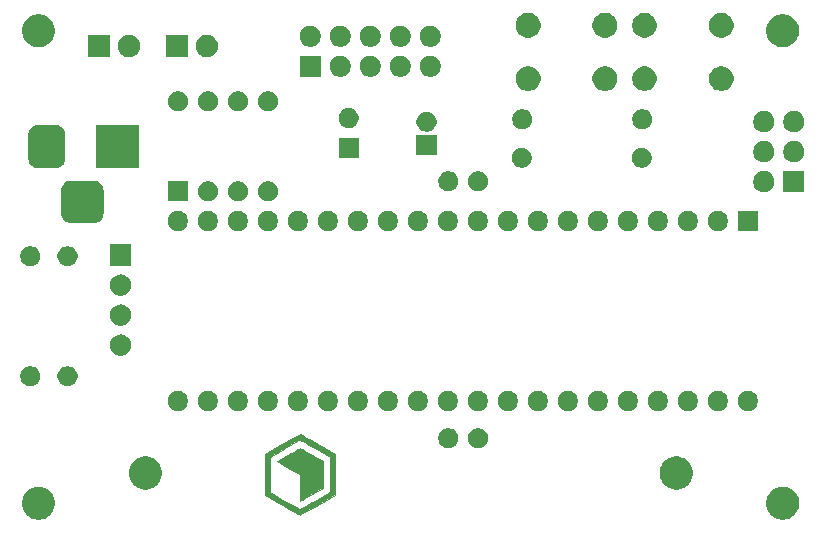
<source format=gbr>
%TF.GenerationSoftware,KiCad,Pcbnew,5.1.5*%
%TF.CreationDate,2020-05-04T11:32:26+02:00*%
%TF.ProjectId,atmega-dcf77-clock,61746d65-6761-42d6-9463-6637372d636c,rev?*%
%TF.SameCoordinates,Original*%
%TF.FileFunction,Soldermask,Top*%
%TF.FilePolarity,Negative*%
%FSLAX46Y46*%
G04 Gerber Fmt 4.6, Leading zero omitted, Abs format (unit mm)*
G04 Created by KiCad (PCBNEW 5.1.5) date 2020-05-04 11:32:26*
%MOMM*%
%LPD*%
G04 APERTURE LIST*
%ADD10C,0.010000*%
%ADD11C,0.100000*%
G04 APERTURE END LIST*
D10*
G36*
X65664896Y-116683804D02*
G01*
X65772424Y-116742228D01*
X65937331Y-116834118D01*
X66151676Y-116954989D01*
X66407516Y-117100356D01*
X66696909Y-117265732D01*
X67011914Y-117446633D01*
X67129562Y-117514409D01*
X68605667Y-118365485D01*
X68605667Y-121774790D01*
X67130291Y-122626895D01*
X66807899Y-122812526D01*
X66507956Y-122984140D01*
X66238448Y-123137250D01*
X66007360Y-123267368D01*
X65822678Y-123370005D01*
X65692389Y-123440674D01*
X65624477Y-123474887D01*
X65616874Y-123477417D01*
X65573075Y-123456520D01*
X65464095Y-123397551D01*
X65297928Y-123305030D01*
X65082567Y-123183476D01*
X64826006Y-123037410D01*
X64536238Y-122871350D01*
X64221256Y-122689817D01*
X64107750Y-122624164D01*
X62636667Y-121772493D01*
X62636666Y-120071124D01*
X62636666Y-118589500D01*
X63060993Y-118589500D01*
X63061131Y-120071167D01*
X63061269Y-121552833D01*
X64320051Y-122280976D01*
X64617238Y-122452353D01*
X64891504Y-122609493D01*
X65134173Y-122747504D01*
X65336569Y-122861493D01*
X65490015Y-122946569D01*
X65585835Y-122997840D01*
X65615110Y-123011226D01*
X65659057Y-122991268D01*
X65767545Y-122933603D01*
X65931919Y-122843073D01*
X66143524Y-122724521D01*
X66393703Y-122582792D01*
X66673801Y-122422727D01*
X66916453Y-122283083D01*
X68181519Y-121552833D01*
X68181519Y-118589500D01*
X66908165Y-117854459D01*
X66548796Y-117648070D01*
X66255776Y-117482334D01*
X66023000Y-117354093D01*
X65844366Y-117260191D01*
X65713772Y-117197468D01*
X65625115Y-117162768D01*
X65572292Y-117152933D01*
X65558196Y-117155959D01*
X65504033Y-117185370D01*
X65385856Y-117251885D01*
X65212937Y-117350209D01*
X64994546Y-117475047D01*
X64739956Y-117621103D01*
X64458436Y-117783082D01*
X64271287Y-117891000D01*
X63060993Y-118589500D01*
X62636666Y-118589500D01*
X62636666Y-118369754D01*
X64114293Y-117516544D01*
X64436658Y-117330831D01*
X64736271Y-117159046D01*
X65005199Y-117005678D01*
X65235510Y-116875212D01*
X65419269Y-116772136D01*
X65548544Y-116700939D01*
X65615402Y-116666107D01*
X65622688Y-116663333D01*
X65664896Y-116683804D01*
G37*
X65664896Y-116683804D02*
X65772424Y-116742228D01*
X65937331Y-116834118D01*
X66151676Y-116954989D01*
X66407516Y-117100356D01*
X66696909Y-117265732D01*
X67011914Y-117446633D01*
X67129562Y-117514409D01*
X68605667Y-118365485D01*
X68605667Y-121774790D01*
X67130291Y-122626895D01*
X66807899Y-122812526D01*
X66507956Y-122984140D01*
X66238448Y-123137250D01*
X66007360Y-123267368D01*
X65822678Y-123370005D01*
X65692389Y-123440674D01*
X65624477Y-123474887D01*
X65616874Y-123477417D01*
X65573075Y-123456520D01*
X65464095Y-123397551D01*
X65297928Y-123305030D01*
X65082567Y-123183476D01*
X64826006Y-123037410D01*
X64536238Y-122871350D01*
X64221256Y-122689817D01*
X64107750Y-122624164D01*
X62636667Y-121772493D01*
X62636666Y-120071124D01*
X62636666Y-118589500D01*
X63060993Y-118589500D01*
X63061131Y-120071167D01*
X63061269Y-121552833D01*
X64320051Y-122280976D01*
X64617238Y-122452353D01*
X64891504Y-122609493D01*
X65134173Y-122747504D01*
X65336569Y-122861493D01*
X65490015Y-122946569D01*
X65585835Y-122997840D01*
X65615110Y-123011226D01*
X65659057Y-122991268D01*
X65767545Y-122933603D01*
X65931919Y-122843073D01*
X66143524Y-122724521D01*
X66393703Y-122582792D01*
X66673801Y-122422727D01*
X66916453Y-122283083D01*
X68181519Y-121552833D01*
X68181519Y-118589500D01*
X66908165Y-117854459D01*
X66548796Y-117648070D01*
X66255776Y-117482334D01*
X66023000Y-117354093D01*
X65844366Y-117260191D01*
X65713772Y-117197468D01*
X65625115Y-117162768D01*
X65572292Y-117152933D01*
X65558196Y-117155959D01*
X65504033Y-117185370D01*
X65385856Y-117251885D01*
X65212937Y-117350209D01*
X64994546Y-117475047D01*
X64739956Y-117621103D01*
X64458436Y-117783082D01*
X64271287Y-117891000D01*
X63060993Y-118589500D01*
X62636666Y-118589500D01*
X62636666Y-118369754D01*
X64114293Y-117516544D01*
X64436658Y-117330831D01*
X64736271Y-117159046D01*
X65005199Y-117005678D01*
X65235510Y-116875212D01*
X65419269Y-116772136D01*
X65548544Y-116700939D01*
X65615402Y-116666107D01*
X65622688Y-116663333D01*
X65664896Y-116683804D01*
G36*
X65669387Y-117890029D02*
G01*
X65779689Y-117946915D01*
X65943010Y-118034941D01*
X66149172Y-118148559D01*
X66387996Y-118282217D01*
X66627701Y-118418048D01*
X67589667Y-118966263D01*
X67589667Y-121176070D01*
X66630443Y-121724285D01*
X66371317Y-121872150D01*
X66136007Y-122005986D01*
X65934618Y-122120080D01*
X65777254Y-122208720D01*
X65674021Y-122266195D01*
X65635610Y-122286611D01*
X65626111Y-122249988D01*
X65617534Y-122139558D01*
X65610234Y-121966181D01*
X65604567Y-121740715D01*
X65600888Y-121474018D01*
X65599556Y-121185944D01*
X65599112Y-120071167D01*
X64646565Y-119528168D01*
X64391380Y-119380976D01*
X64163637Y-119246297D01*
X63972788Y-119129994D01*
X63828287Y-119037928D01*
X63739588Y-118975964D01*
X63715360Y-118950639D01*
X63757672Y-118919640D01*
X63861904Y-118854817D01*
X64015837Y-118763094D01*
X64207251Y-118651398D01*
X64423926Y-118526654D01*
X64653643Y-118395789D01*
X64884181Y-118265727D01*
X65103323Y-118143396D01*
X65298846Y-118035720D01*
X65458533Y-117949626D01*
X65570163Y-117892040D01*
X65621517Y-117869886D01*
X65622284Y-117869833D01*
X65669387Y-117890029D01*
G37*
X65669387Y-117890029D02*
X65779689Y-117946915D01*
X65943010Y-118034941D01*
X66149172Y-118148559D01*
X66387996Y-118282217D01*
X66627701Y-118418048D01*
X67589667Y-118966263D01*
X67589667Y-121176070D01*
X66630443Y-121724285D01*
X66371317Y-121872150D01*
X66136007Y-122005986D01*
X65934618Y-122120080D01*
X65777254Y-122208720D01*
X65674021Y-122266195D01*
X65635610Y-122286611D01*
X65626111Y-122249988D01*
X65617534Y-122139558D01*
X65610234Y-121966181D01*
X65604567Y-121740715D01*
X65600888Y-121474018D01*
X65599556Y-121185944D01*
X65599112Y-120071167D01*
X64646565Y-119528168D01*
X64391380Y-119380976D01*
X64163637Y-119246297D01*
X63972788Y-119129994D01*
X63828287Y-119037928D01*
X63739588Y-118975964D01*
X63715360Y-118950639D01*
X63757672Y-118919640D01*
X63861904Y-118854817D01*
X64015837Y-118763094D01*
X64207251Y-118651398D01*
X64423926Y-118526654D01*
X64653643Y-118395789D01*
X64884181Y-118265727D01*
X65103323Y-118143396D01*
X65298846Y-118035720D01*
X65458533Y-117949626D01*
X65570163Y-117892040D01*
X65621517Y-117869886D01*
X65622284Y-117869833D01*
X65669387Y-117890029D01*
D11*
G36*
X106818433Y-121134893D02*
G01*
X106908657Y-121152839D01*
X107002113Y-121191550D01*
X107163621Y-121258449D01*
X107239763Y-121309325D01*
X107393086Y-121411772D01*
X107588228Y-121606914D01*
X107690675Y-121760237D01*
X107741551Y-121836379D01*
X107847161Y-122091344D01*
X107901000Y-122362012D01*
X107901000Y-122637988D01*
X107847161Y-122908656D01*
X107741551Y-123163621D01*
X107741550Y-123163622D01*
X107588228Y-123393086D01*
X107393086Y-123588228D01*
X107239763Y-123690675D01*
X107163621Y-123741551D01*
X107014267Y-123803415D01*
X106908657Y-123847161D01*
X106818433Y-123865107D01*
X106637988Y-123901000D01*
X106362012Y-123901000D01*
X106181567Y-123865107D01*
X106091343Y-123847161D01*
X105985733Y-123803415D01*
X105836379Y-123741551D01*
X105760237Y-123690675D01*
X105606914Y-123588228D01*
X105411772Y-123393086D01*
X105258450Y-123163622D01*
X105258449Y-123163621D01*
X105152839Y-122908656D01*
X105099000Y-122637988D01*
X105099000Y-122362012D01*
X105152839Y-122091344D01*
X105258449Y-121836379D01*
X105309325Y-121760237D01*
X105411772Y-121606914D01*
X105606914Y-121411772D01*
X105760237Y-121309325D01*
X105836379Y-121258449D01*
X105997887Y-121191550D01*
X106091343Y-121152839D01*
X106181567Y-121134893D01*
X106362012Y-121099000D01*
X106637988Y-121099000D01*
X106818433Y-121134893D01*
G37*
G36*
X43818433Y-121134893D02*
G01*
X43908657Y-121152839D01*
X44002113Y-121191550D01*
X44163621Y-121258449D01*
X44239763Y-121309325D01*
X44393086Y-121411772D01*
X44588228Y-121606914D01*
X44690675Y-121760237D01*
X44741551Y-121836379D01*
X44847161Y-122091344D01*
X44901000Y-122362012D01*
X44901000Y-122637988D01*
X44847161Y-122908656D01*
X44741551Y-123163621D01*
X44741550Y-123163622D01*
X44588228Y-123393086D01*
X44393086Y-123588228D01*
X44239763Y-123690675D01*
X44163621Y-123741551D01*
X44014267Y-123803415D01*
X43908657Y-123847161D01*
X43818433Y-123865107D01*
X43637988Y-123901000D01*
X43362012Y-123901000D01*
X43181567Y-123865107D01*
X43091343Y-123847161D01*
X42985733Y-123803415D01*
X42836379Y-123741551D01*
X42760237Y-123690675D01*
X42606914Y-123588228D01*
X42411772Y-123393086D01*
X42258450Y-123163622D01*
X42258449Y-123163621D01*
X42152839Y-122908656D01*
X42099000Y-122637988D01*
X42099000Y-122362012D01*
X42152839Y-122091344D01*
X42258449Y-121836379D01*
X42309325Y-121760237D01*
X42411772Y-121606914D01*
X42606914Y-121411772D01*
X42760237Y-121309325D01*
X42836379Y-121258449D01*
X42997887Y-121191550D01*
X43091343Y-121152839D01*
X43181567Y-121134893D01*
X43362012Y-121099000D01*
X43637988Y-121099000D01*
X43818433Y-121134893D01*
G37*
G36*
X97818433Y-118584893D02*
G01*
X97908657Y-118602839D01*
X98014267Y-118646585D01*
X98163621Y-118708449D01*
X98163622Y-118708450D01*
X98393086Y-118861772D01*
X98588228Y-119056914D01*
X98690675Y-119210237D01*
X98741551Y-119286379D01*
X98847161Y-119541344D01*
X98901000Y-119812012D01*
X98901000Y-120087988D01*
X98847161Y-120358656D01*
X98741551Y-120613621D01*
X98741550Y-120613622D01*
X98588228Y-120843086D01*
X98393086Y-121038228D01*
X98239763Y-121140675D01*
X98163621Y-121191551D01*
X98014267Y-121253415D01*
X97908657Y-121297161D01*
X97818433Y-121315107D01*
X97637988Y-121351000D01*
X97362012Y-121351000D01*
X97181567Y-121315107D01*
X97091343Y-121297161D01*
X96985733Y-121253415D01*
X96836379Y-121191551D01*
X96760237Y-121140675D01*
X96606914Y-121038228D01*
X96411772Y-120843086D01*
X96258450Y-120613622D01*
X96258449Y-120613621D01*
X96152839Y-120358656D01*
X96099000Y-120087988D01*
X96099000Y-119812012D01*
X96152839Y-119541344D01*
X96258449Y-119286379D01*
X96309325Y-119210237D01*
X96411772Y-119056914D01*
X96606914Y-118861772D01*
X96836378Y-118708450D01*
X96836379Y-118708449D01*
X96985733Y-118646585D01*
X97091343Y-118602839D01*
X97181567Y-118584893D01*
X97362012Y-118549000D01*
X97637988Y-118549000D01*
X97818433Y-118584893D01*
G37*
G36*
X52868433Y-118584893D02*
G01*
X52958657Y-118602839D01*
X53064267Y-118646585D01*
X53213621Y-118708449D01*
X53213622Y-118708450D01*
X53443086Y-118861772D01*
X53638228Y-119056914D01*
X53740675Y-119210237D01*
X53791551Y-119286379D01*
X53897161Y-119541344D01*
X53951000Y-119812012D01*
X53951000Y-120087988D01*
X53897161Y-120358656D01*
X53791551Y-120613621D01*
X53791550Y-120613622D01*
X53638228Y-120843086D01*
X53443086Y-121038228D01*
X53289763Y-121140675D01*
X53213621Y-121191551D01*
X53064267Y-121253415D01*
X52958657Y-121297161D01*
X52868433Y-121315107D01*
X52687988Y-121351000D01*
X52412012Y-121351000D01*
X52231567Y-121315107D01*
X52141343Y-121297161D01*
X52035733Y-121253415D01*
X51886379Y-121191551D01*
X51810237Y-121140675D01*
X51656914Y-121038228D01*
X51461772Y-120843086D01*
X51308450Y-120613622D01*
X51308449Y-120613621D01*
X51202839Y-120358656D01*
X51149000Y-120087988D01*
X51149000Y-119812012D01*
X51202839Y-119541344D01*
X51308449Y-119286379D01*
X51359325Y-119210237D01*
X51461772Y-119056914D01*
X51656914Y-118861772D01*
X51886378Y-118708450D01*
X51886379Y-118708449D01*
X52035733Y-118646585D01*
X52141343Y-118602839D01*
X52231567Y-118584893D01*
X52412012Y-118549000D01*
X52687988Y-118549000D01*
X52868433Y-118584893D01*
G37*
G36*
X78448228Y-116181703D02*
G01*
X78603100Y-116245853D01*
X78742481Y-116338985D01*
X78861015Y-116457519D01*
X78954147Y-116596900D01*
X79018297Y-116751772D01*
X79051000Y-116916184D01*
X79051000Y-117083816D01*
X79018297Y-117248228D01*
X78954147Y-117403100D01*
X78861015Y-117542481D01*
X78742481Y-117661015D01*
X78603100Y-117754147D01*
X78448228Y-117818297D01*
X78283816Y-117851000D01*
X78116184Y-117851000D01*
X77951772Y-117818297D01*
X77796900Y-117754147D01*
X77657519Y-117661015D01*
X77538985Y-117542481D01*
X77445853Y-117403100D01*
X77381703Y-117248228D01*
X77349000Y-117083816D01*
X77349000Y-116916184D01*
X77381703Y-116751772D01*
X77445853Y-116596900D01*
X77538985Y-116457519D01*
X77657519Y-116338985D01*
X77796900Y-116245853D01*
X77951772Y-116181703D01*
X78116184Y-116149000D01*
X78283816Y-116149000D01*
X78448228Y-116181703D01*
G37*
G36*
X80948228Y-116181703D02*
G01*
X81103100Y-116245853D01*
X81242481Y-116338985D01*
X81361015Y-116457519D01*
X81454147Y-116596900D01*
X81518297Y-116751772D01*
X81551000Y-116916184D01*
X81551000Y-117083816D01*
X81518297Y-117248228D01*
X81454147Y-117403100D01*
X81361015Y-117542481D01*
X81242481Y-117661015D01*
X81103100Y-117754147D01*
X80948228Y-117818297D01*
X80783816Y-117851000D01*
X80616184Y-117851000D01*
X80451772Y-117818297D01*
X80296900Y-117754147D01*
X80157519Y-117661015D01*
X80038985Y-117542481D01*
X79945853Y-117403100D01*
X79881703Y-117248228D01*
X79849000Y-117083816D01*
X79849000Y-116916184D01*
X79881703Y-116751772D01*
X79945853Y-116596900D01*
X80038985Y-116457519D01*
X80157519Y-116338985D01*
X80296900Y-116245853D01*
X80451772Y-116181703D01*
X80616184Y-116149000D01*
X80783816Y-116149000D01*
X80948228Y-116181703D01*
G37*
G36*
X73318228Y-113021703D02*
G01*
X73473100Y-113085853D01*
X73612481Y-113178985D01*
X73731015Y-113297519D01*
X73824147Y-113436900D01*
X73888297Y-113591772D01*
X73921000Y-113756184D01*
X73921000Y-113923816D01*
X73888297Y-114088228D01*
X73824147Y-114243100D01*
X73731015Y-114382481D01*
X73612481Y-114501015D01*
X73473100Y-114594147D01*
X73318228Y-114658297D01*
X73153816Y-114691000D01*
X72986184Y-114691000D01*
X72821772Y-114658297D01*
X72666900Y-114594147D01*
X72527519Y-114501015D01*
X72408985Y-114382481D01*
X72315853Y-114243100D01*
X72251703Y-114088228D01*
X72219000Y-113923816D01*
X72219000Y-113756184D01*
X72251703Y-113591772D01*
X72315853Y-113436900D01*
X72408985Y-113297519D01*
X72527519Y-113178985D01*
X72666900Y-113085853D01*
X72821772Y-113021703D01*
X72986184Y-112989000D01*
X73153816Y-112989000D01*
X73318228Y-113021703D01*
G37*
G36*
X55538228Y-113021703D02*
G01*
X55693100Y-113085853D01*
X55832481Y-113178985D01*
X55951015Y-113297519D01*
X56044147Y-113436900D01*
X56108297Y-113591772D01*
X56141000Y-113756184D01*
X56141000Y-113923816D01*
X56108297Y-114088228D01*
X56044147Y-114243100D01*
X55951015Y-114382481D01*
X55832481Y-114501015D01*
X55693100Y-114594147D01*
X55538228Y-114658297D01*
X55373816Y-114691000D01*
X55206184Y-114691000D01*
X55041772Y-114658297D01*
X54886900Y-114594147D01*
X54747519Y-114501015D01*
X54628985Y-114382481D01*
X54535853Y-114243100D01*
X54471703Y-114088228D01*
X54439000Y-113923816D01*
X54439000Y-113756184D01*
X54471703Y-113591772D01*
X54535853Y-113436900D01*
X54628985Y-113297519D01*
X54747519Y-113178985D01*
X54886900Y-113085853D01*
X55041772Y-113021703D01*
X55206184Y-112989000D01*
X55373816Y-112989000D01*
X55538228Y-113021703D01*
G37*
G36*
X75858228Y-113021703D02*
G01*
X76013100Y-113085853D01*
X76152481Y-113178985D01*
X76271015Y-113297519D01*
X76364147Y-113436900D01*
X76428297Y-113591772D01*
X76461000Y-113756184D01*
X76461000Y-113923816D01*
X76428297Y-114088228D01*
X76364147Y-114243100D01*
X76271015Y-114382481D01*
X76152481Y-114501015D01*
X76013100Y-114594147D01*
X75858228Y-114658297D01*
X75693816Y-114691000D01*
X75526184Y-114691000D01*
X75361772Y-114658297D01*
X75206900Y-114594147D01*
X75067519Y-114501015D01*
X74948985Y-114382481D01*
X74855853Y-114243100D01*
X74791703Y-114088228D01*
X74759000Y-113923816D01*
X74759000Y-113756184D01*
X74791703Y-113591772D01*
X74855853Y-113436900D01*
X74948985Y-113297519D01*
X75067519Y-113178985D01*
X75206900Y-113085853D01*
X75361772Y-113021703D01*
X75526184Y-112989000D01*
X75693816Y-112989000D01*
X75858228Y-113021703D01*
G37*
G36*
X78398228Y-113021703D02*
G01*
X78553100Y-113085853D01*
X78692481Y-113178985D01*
X78811015Y-113297519D01*
X78904147Y-113436900D01*
X78968297Y-113591772D01*
X79001000Y-113756184D01*
X79001000Y-113923816D01*
X78968297Y-114088228D01*
X78904147Y-114243100D01*
X78811015Y-114382481D01*
X78692481Y-114501015D01*
X78553100Y-114594147D01*
X78398228Y-114658297D01*
X78233816Y-114691000D01*
X78066184Y-114691000D01*
X77901772Y-114658297D01*
X77746900Y-114594147D01*
X77607519Y-114501015D01*
X77488985Y-114382481D01*
X77395853Y-114243100D01*
X77331703Y-114088228D01*
X77299000Y-113923816D01*
X77299000Y-113756184D01*
X77331703Y-113591772D01*
X77395853Y-113436900D01*
X77488985Y-113297519D01*
X77607519Y-113178985D01*
X77746900Y-113085853D01*
X77901772Y-113021703D01*
X78066184Y-112989000D01*
X78233816Y-112989000D01*
X78398228Y-113021703D01*
G37*
G36*
X80938228Y-113021703D02*
G01*
X81093100Y-113085853D01*
X81232481Y-113178985D01*
X81351015Y-113297519D01*
X81444147Y-113436900D01*
X81508297Y-113591772D01*
X81541000Y-113756184D01*
X81541000Y-113923816D01*
X81508297Y-114088228D01*
X81444147Y-114243100D01*
X81351015Y-114382481D01*
X81232481Y-114501015D01*
X81093100Y-114594147D01*
X80938228Y-114658297D01*
X80773816Y-114691000D01*
X80606184Y-114691000D01*
X80441772Y-114658297D01*
X80286900Y-114594147D01*
X80147519Y-114501015D01*
X80028985Y-114382481D01*
X79935853Y-114243100D01*
X79871703Y-114088228D01*
X79839000Y-113923816D01*
X79839000Y-113756184D01*
X79871703Y-113591772D01*
X79935853Y-113436900D01*
X80028985Y-113297519D01*
X80147519Y-113178985D01*
X80286900Y-113085853D01*
X80441772Y-113021703D01*
X80606184Y-112989000D01*
X80773816Y-112989000D01*
X80938228Y-113021703D01*
G37*
G36*
X83478228Y-113021703D02*
G01*
X83633100Y-113085853D01*
X83772481Y-113178985D01*
X83891015Y-113297519D01*
X83984147Y-113436900D01*
X84048297Y-113591772D01*
X84081000Y-113756184D01*
X84081000Y-113923816D01*
X84048297Y-114088228D01*
X83984147Y-114243100D01*
X83891015Y-114382481D01*
X83772481Y-114501015D01*
X83633100Y-114594147D01*
X83478228Y-114658297D01*
X83313816Y-114691000D01*
X83146184Y-114691000D01*
X82981772Y-114658297D01*
X82826900Y-114594147D01*
X82687519Y-114501015D01*
X82568985Y-114382481D01*
X82475853Y-114243100D01*
X82411703Y-114088228D01*
X82379000Y-113923816D01*
X82379000Y-113756184D01*
X82411703Y-113591772D01*
X82475853Y-113436900D01*
X82568985Y-113297519D01*
X82687519Y-113178985D01*
X82826900Y-113085853D01*
X82981772Y-113021703D01*
X83146184Y-112989000D01*
X83313816Y-112989000D01*
X83478228Y-113021703D01*
G37*
G36*
X86018228Y-113021703D02*
G01*
X86173100Y-113085853D01*
X86312481Y-113178985D01*
X86431015Y-113297519D01*
X86524147Y-113436900D01*
X86588297Y-113591772D01*
X86621000Y-113756184D01*
X86621000Y-113923816D01*
X86588297Y-114088228D01*
X86524147Y-114243100D01*
X86431015Y-114382481D01*
X86312481Y-114501015D01*
X86173100Y-114594147D01*
X86018228Y-114658297D01*
X85853816Y-114691000D01*
X85686184Y-114691000D01*
X85521772Y-114658297D01*
X85366900Y-114594147D01*
X85227519Y-114501015D01*
X85108985Y-114382481D01*
X85015853Y-114243100D01*
X84951703Y-114088228D01*
X84919000Y-113923816D01*
X84919000Y-113756184D01*
X84951703Y-113591772D01*
X85015853Y-113436900D01*
X85108985Y-113297519D01*
X85227519Y-113178985D01*
X85366900Y-113085853D01*
X85521772Y-113021703D01*
X85686184Y-112989000D01*
X85853816Y-112989000D01*
X86018228Y-113021703D01*
G37*
G36*
X88558228Y-113021703D02*
G01*
X88713100Y-113085853D01*
X88852481Y-113178985D01*
X88971015Y-113297519D01*
X89064147Y-113436900D01*
X89128297Y-113591772D01*
X89161000Y-113756184D01*
X89161000Y-113923816D01*
X89128297Y-114088228D01*
X89064147Y-114243100D01*
X88971015Y-114382481D01*
X88852481Y-114501015D01*
X88713100Y-114594147D01*
X88558228Y-114658297D01*
X88393816Y-114691000D01*
X88226184Y-114691000D01*
X88061772Y-114658297D01*
X87906900Y-114594147D01*
X87767519Y-114501015D01*
X87648985Y-114382481D01*
X87555853Y-114243100D01*
X87491703Y-114088228D01*
X87459000Y-113923816D01*
X87459000Y-113756184D01*
X87491703Y-113591772D01*
X87555853Y-113436900D01*
X87648985Y-113297519D01*
X87767519Y-113178985D01*
X87906900Y-113085853D01*
X88061772Y-113021703D01*
X88226184Y-112989000D01*
X88393816Y-112989000D01*
X88558228Y-113021703D01*
G37*
G36*
X93638228Y-113021703D02*
G01*
X93793100Y-113085853D01*
X93932481Y-113178985D01*
X94051015Y-113297519D01*
X94144147Y-113436900D01*
X94208297Y-113591772D01*
X94241000Y-113756184D01*
X94241000Y-113923816D01*
X94208297Y-114088228D01*
X94144147Y-114243100D01*
X94051015Y-114382481D01*
X93932481Y-114501015D01*
X93793100Y-114594147D01*
X93638228Y-114658297D01*
X93473816Y-114691000D01*
X93306184Y-114691000D01*
X93141772Y-114658297D01*
X92986900Y-114594147D01*
X92847519Y-114501015D01*
X92728985Y-114382481D01*
X92635853Y-114243100D01*
X92571703Y-114088228D01*
X92539000Y-113923816D01*
X92539000Y-113756184D01*
X92571703Y-113591772D01*
X92635853Y-113436900D01*
X92728985Y-113297519D01*
X92847519Y-113178985D01*
X92986900Y-113085853D01*
X93141772Y-113021703D01*
X93306184Y-112989000D01*
X93473816Y-112989000D01*
X93638228Y-113021703D01*
G37*
G36*
X70778228Y-113021703D02*
G01*
X70933100Y-113085853D01*
X71072481Y-113178985D01*
X71191015Y-113297519D01*
X71284147Y-113436900D01*
X71348297Y-113591772D01*
X71381000Y-113756184D01*
X71381000Y-113923816D01*
X71348297Y-114088228D01*
X71284147Y-114243100D01*
X71191015Y-114382481D01*
X71072481Y-114501015D01*
X70933100Y-114594147D01*
X70778228Y-114658297D01*
X70613816Y-114691000D01*
X70446184Y-114691000D01*
X70281772Y-114658297D01*
X70126900Y-114594147D01*
X69987519Y-114501015D01*
X69868985Y-114382481D01*
X69775853Y-114243100D01*
X69711703Y-114088228D01*
X69679000Y-113923816D01*
X69679000Y-113756184D01*
X69711703Y-113591772D01*
X69775853Y-113436900D01*
X69868985Y-113297519D01*
X69987519Y-113178985D01*
X70126900Y-113085853D01*
X70281772Y-113021703D01*
X70446184Y-112989000D01*
X70613816Y-112989000D01*
X70778228Y-113021703D01*
G37*
G36*
X103798228Y-113021703D02*
G01*
X103953100Y-113085853D01*
X104092481Y-113178985D01*
X104211015Y-113297519D01*
X104304147Y-113436900D01*
X104368297Y-113591772D01*
X104401000Y-113756184D01*
X104401000Y-113923816D01*
X104368297Y-114088228D01*
X104304147Y-114243100D01*
X104211015Y-114382481D01*
X104092481Y-114501015D01*
X103953100Y-114594147D01*
X103798228Y-114658297D01*
X103633816Y-114691000D01*
X103466184Y-114691000D01*
X103301772Y-114658297D01*
X103146900Y-114594147D01*
X103007519Y-114501015D01*
X102888985Y-114382481D01*
X102795853Y-114243100D01*
X102731703Y-114088228D01*
X102699000Y-113923816D01*
X102699000Y-113756184D01*
X102731703Y-113591772D01*
X102795853Y-113436900D01*
X102888985Y-113297519D01*
X103007519Y-113178985D01*
X103146900Y-113085853D01*
X103301772Y-113021703D01*
X103466184Y-112989000D01*
X103633816Y-112989000D01*
X103798228Y-113021703D01*
G37*
G36*
X101258228Y-113021703D02*
G01*
X101413100Y-113085853D01*
X101552481Y-113178985D01*
X101671015Y-113297519D01*
X101764147Y-113436900D01*
X101828297Y-113591772D01*
X101861000Y-113756184D01*
X101861000Y-113923816D01*
X101828297Y-114088228D01*
X101764147Y-114243100D01*
X101671015Y-114382481D01*
X101552481Y-114501015D01*
X101413100Y-114594147D01*
X101258228Y-114658297D01*
X101093816Y-114691000D01*
X100926184Y-114691000D01*
X100761772Y-114658297D01*
X100606900Y-114594147D01*
X100467519Y-114501015D01*
X100348985Y-114382481D01*
X100255853Y-114243100D01*
X100191703Y-114088228D01*
X100159000Y-113923816D01*
X100159000Y-113756184D01*
X100191703Y-113591772D01*
X100255853Y-113436900D01*
X100348985Y-113297519D01*
X100467519Y-113178985D01*
X100606900Y-113085853D01*
X100761772Y-113021703D01*
X100926184Y-112989000D01*
X101093816Y-112989000D01*
X101258228Y-113021703D01*
G37*
G36*
X98718228Y-113021703D02*
G01*
X98873100Y-113085853D01*
X99012481Y-113178985D01*
X99131015Y-113297519D01*
X99224147Y-113436900D01*
X99288297Y-113591772D01*
X99321000Y-113756184D01*
X99321000Y-113923816D01*
X99288297Y-114088228D01*
X99224147Y-114243100D01*
X99131015Y-114382481D01*
X99012481Y-114501015D01*
X98873100Y-114594147D01*
X98718228Y-114658297D01*
X98553816Y-114691000D01*
X98386184Y-114691000D01*
X98221772Y-114658297D01*
X98066900Y-114594147D01*
X97927519Y-114501015D01*
X97808985Y-114382481D01*
X97715853Y-114243100D01*
X97651703Y-114088228D01*
X97619000Y-113923816D01*
X97619000Y-113756184D01*
X97651703Y-113591772D01*
X97715853Y-113436900D01*
X97808985Y-113297519D01*
X97927519Y-113178985D01*
X98066900Y-113085853D01*
X98221772Y-113021703D01*
X98386184Y-112989000D01*
X98553816Y-112989000D01*
X98718228Y-113021703D01*
G37*
G36*
X65698228Y-113021703D02*
G01*
X65853100Y-113085853D01*
X65992481Y-113178985D01*
X66111015Y-113297519D01*
X66204147Y-113436900D01*
X66268297Y-113591772D01*
X66301000Y-113756184D01*
X66301000Y-113923816D01*
X66268297Y-114088228D01*
X66204147Y-114243100D01*
X66111015Y-114382481D01*
X65992481Y-114501015D01*
X65853100Y-114594147D01*
X65698228Y-114658297D01*
X65533816Y-114691000D01*
X65366184Y-114691000D01*
X65201772Y-114658297D01*
X65046900Y-114594147D01*
X64907519Y-114501015D01*
X64788985Y-114382481D01*
X64695853Y-114243100D01*
X64631703Y-114088228D01*
X64599000Y-113923816D01*
X64599000Y-113756184D01*
X64631703Y-113591772D01*
X64695853Y-113436900D01*
X64788985Y-113297519D01*
X64907519Y-113178985D01*
X65046900Y-113085853D01*
X65201772Y-113021703D01*
X65366184Y-112989000D01*
X65533816Y-112989000D01*
X65698228Y-113021703D01*
G37*
G36*
X63158228Y-113021703D02*
G01*
X63313100Y-113085853D01*
X63452481Y-113178985D01*
X63571015Y-113297519D01*
X63664147Y-113436900D01*
X63728297Y-113591772D01*
X63761000Y-113756184D01*
X63761000Y-113923816D01*
X63728297Y-114088228D01*
X63664147Y-114243100D01*
X63571015Y-114382481D01*
X63452481Y-114501015D01*
X63313100Y-114594147D01*
X63158228Y-114658297D01*
X62993816Y-114691000D01*
X62826184Y-114691000D01*
X62661772Y-114658297D01*
X62506900Y-114594147D01*
X62367519Y-114501015D01*
X62248985Y-114382481D01*
X62155853Y-114243100D01*
X62091703Y-114088228D01*
X62059000Y-113923816D01*
X62059000Y-113756184D01*
X62091703Y-113591772D01*
X62155853Y-113436900D01*
X62248985Y-113297519D01*
X62367519Y-113178985D01*
X62506900Y-113085853D01*
X62661772Y-113021703D01*
X62826184Y-112989000D01*
X62993816Y-112989000D01*
X63158228Y-113021703D01*
G37*
G36*
X68238228Y-113021703D02*
G01*
X68393100Y-113085853D01*
X68532481Y-113178985D01*
X68651015Y-113297519D01*
X68744147Y-113436900D01*
X68808297Y-113591772D01*
X68841000Y-113756184D01*
X68841000Y-113923816D01*
X68808297Y-114088228D01*
X68744147Y-114243100D01*
X68651015Y-114382481D01*
X68532481Y-114501015D01*
X68393100Y-114594147D01*
X68238228Y-114658297D01*
X68073816Y-114691000D01*
X67906184Y-114691000D01*
X67741772Y-114658297D01*
X67586900Y-114594147D01*
X67447519Y-114501015D01*
X67328985Y-114382481D01*
X67235853Y-114243100D01*
X67171703Y-114088228D01*
X67139000Y-113923816D01*
X67139000Y-113756184D01*
X67171703Y-113591772D01*
X67235853Y-113436900D01*
X67328985Y-113297519D01*
X67447519Y-113178985D01*
X67586900Y-113085853D01*
X67741772Y-113021703D01*
X67906184Y-112989000D01*
X68073816Y-112989000D01*
X68238228Y-113021703D01*
G37*
G36*
X60618228Y-113021703D02*
G01*
X60773100Y-113085853D01*
X60912481Y-113178985D01*
X61031015Y-113297519D01*
X61124147Y-113436900D01*
X61188297Y-113591772D01*
X61221000Y-113756184D01*
X61221000Y-113923816D01*
X61188297Y-114088228D01*
X61124147Y-114243100D01*
X61031015Y-114382481D01*
X60912481Y-114501015D01*
X60773100Y-114594147D01*
X60618228Y-114658297D01*
X60453816Y-114691000D01*
X60286184Y-114691000D01*
X60121772Y-114658297D01*
X59966900Y-114594147D01*
X59827519Y-114501015D01*
X59708985Y-114382481D01*
X59615853Y-114243100D01*
X59551703Y-114088228D01*
X59519000Y-113923816D01*
X59519000Y-113756184D01*
X59551703Y-113591772D01*
X59615853Y-113436900D01*
X59708985Y-113297519D01*
X59827519Y-113178985D01*
X59966900Y-113085853D01*
X60121772Y-113021703D01*
X60286184Y-112989000D01*
X60453816Y-112989000D01*
X60618228Y-113021703D01*
G37*
G36*
X96178228Y-113021703D02*
G01*
X96333100Y-113085853D01*
X96472481Y-113178985D01*
X96591015Y-113297519D01*
X96684147Y-113436900D01*
X96748297Y-113591772D01*
X96781000Y-113756184D01*
X96781000Y-113923816D01*
X96748297Y-114088228D01*
X96684147Y-114243100D01*
X96591015Y-114382481D01*
X96472481Y-114501015D01*
X96333100Y-114594147D01*
X96178228Y-114658297D01*
X96013816Y-114691000D01*
X95846184Y-114691000D01*
X95681772Y-114658297D01*
X95526900Y-114594147D01*
X95387519Y-114501015D01*
X95268985Y-114382481D01*
X95175853Y-114243100D01*
X95111703Y-114088228D01*
X95079000Y-113923816D01*
X95079000Y-113756184D01*
X95111703Y-113591772D01*
X95175853Y-113436900D01*
X95268985Y-113297519D01*
X95387519Y-113178985D01*
X95526900Y-113085853D01*
X95681772Y-113021703D01*
X95846184Y-112989000D01*
X96013816Y-112989000D01*
X96178228Y-113021703D01*
G37*
G36*
X58078228Y-113021703D02*
G01*
X58233100Y-113085853D01*
X58372481Y-113178985D01*
X58491015Y-113297519D01*
X58584147Y-113436900D01*
X58648297Y-113591772D01*
X58681000Y-113756184D01*
X58681000Y-113923816D01*
X58648297Y-114088228D01*
X58584147Y-114243100D01*
X58491015Y-114382481D01*
X58372481Y-114501015D01*
X58233100Y-114594147D01*
X58078228Y-114658297D01*
X57913816Y-114691000D01*
X57746184Y-114691000D01*
X57581772Y-114658297D01*
X57426900Y-114594147D01*
X57287519Y-114501015D01*
X57168985Y-114382481D01*
X57075853Y-114243100D01*
X57011703Y-114088228D01*
X56979000Y-113923816D01*
X56979000Y-113756184D01*
X57011703Y-113591772D01*
X57075853Y-113436900D01*
X57168985Y-113297519D01*
X57287519Y-113178985D01*
X57426900Y-113085853D01*
X57581772Y-113021703D01*
X57746184Y-112989000D01*
X57913816Y-112989000D01*
X58078228Y-113021703D01*
G37*
G36*
X91098228Y-113021703D02*
G01*
X91253100Y-113085853D01*
X91392481Y-113178985D01*
X91511015Y-113297519D01*
X91604147Y-113436900D01*
X91668297Y-113591772D01*
X91701000Y-113756184D01*
X91701000Y-113923816D01*
X91668297Y-114088228D01*
X91604147Y-114243100D01*
X91511015Y-114382481D01*
X91392481Y-114501015D01*
X91253100Y-114594147D01*
X91098228Y-114658297D01*
X90933816Y-114691000D01*
X90766184Y-114691000D01*
X90601772Y-114658297D01*
X90446900Y-114594147D01*
X90307519Y-114501015D01*
X90188985Y-114382481D01*
X90095853Y-114243100D01*
X90031703Y-114088228D01*
X89999000Y-113923816D01*
X89999000Y-113756184D01*
X90031703Y-113591772D01*
X90095853Y-113436900D01*
X90188985Y-113297519D01*
X90307519Y-113178985D01*
X90446900Y-113085853D01*
X90601772Y-113021703D01*
X90766184Y-112989000D01*
X90933816Y-112989000D01*
X91098228Y-113021703D01*
G37*
G36*
X43048228Y-110941703D02*
G01*
X43203100Y-111005853D01*
X43342481Y-111098985D01*
X43461015Y-111217519D01*
X43554147Y-111356900D01*
X43618297Y-111511772D01*
X43651000Y-111676184D01*
X43651000Y-111843816D01*
X43618297Y-112008228D01*
X43554147Y-112163100D01*
X43461015Y-112302481D01*
X43342481Y-112421015D01*
X43203100Y-112514147D01*
X43048228Y-112578297D01*
X42883816Y-112611000D01*
X42716184Y-112611000D01*
X42551772Y-112578297D01*
X42396900Y-112514147D01*
X42257519Y-112421015D01*
X42138985Y-112302481D01*
X42045853Y-112163100D01*
X41981703Y-112008228D01*
X41949000Y-111843816D01*
X41949000Y-111676184D01*
X41981703Y-111511772D01*
X42045853Y-111356900D01*
X42138985Y-111217519D01*
X42257519Y-111098985D01*
X42396900Y-111005853D01*
X42551772Y-110941703D01*
X42716184Y-110909000D01*
X42883816Y-110909000D01*
X43048228Y-110941703D01*
G37*
G36*
X46198228Y-110931703D02*
G01*
X46353100Y-110995853D01*
X46492481Y-111088985D01*
X46611015Y-111207519D01*
X46704147Y-111346900D01*
X46768297Y-111501772D01*
X46801000Y-111666184D01*
X46801000Y-111833816D01*
X46768297Y-111998228D01*
X46704147Y-112153100D01*
X46611015Y-112292481D01*
X46492481Y-112411015D01*
X46353100Y-112504147D01*
X46198228Y-112568297D01*
X46033816Y-112601000D01*
X45866184Y-112601000D01*
X45701772Y-112568297D01*
X45546900Y-112504147D01*
X45407519Y-112411015D01*
X45288985Y-112292481D01*
X45195853Y-112153100D01*
X45131703Y-111998228D01*
X45099000Y-111833816D01*
X45099000Y-111666184D01*
X45131703Y-111501772D01*
X45195853Y-111346900D01*
X45288985Y-111207519D01*
X45407519Y-111088985D01*
X45546900Y-110995853D01*
X45701772Y-110931703D01*
X45866184Y-110899000D01*
X46033816Y-110899000D01*
X46198228Y-110931703D01*
G37*
G36*
X50563512Y-108223927D02*
G01*
X50712812Y-108253624D01*
X50876784Y-108321544D01*
X51024354Y-108420147D01*
X51149853Y-108545646D01*
X51248456Y-108693216D01*
X51316376Y-108857188D01*
X51351000Y-109031259D01*
X51351000Y-109208741D01*
X51316376Y-109382812D01*
X51248456Y-109546784D01*
X51149853Y-109694354D01*
X51024354Y-109819853D01*
X50876784Y-109918456D01*
X50712812Y-109986376D01*
X50563512Y-110016073D01*
X50538742Y-110021000D01*
X50361258Y-110021000D01*
X50336488Y-110016073D01*
X50187188Y-109986376D01*
X50023216Y-109918456D01*
X49875646Y-109819853D01*
X49750147Y-109694354D01*
X49651544Y-109546784D01*
X49583624Y-109382812D01*
X49549000Y-109208741D01*
X49549000Y-109031259D01*
X49583624Y-108857188D01*
X49651544Y-108693216D01*
X49750147Y-108545646D01*
X49875646Y-108420147D01*
X50023216Y-108321544D01*
X50187188Y-108253624D01*
X50336488Y-108223927D01*
X50361258Y-108219000D01*
X50538742Y-108219000D01*
X50563512Y-108223927D01*
G37*
G36*
X50563512Y-105683927D02*
G01*
X50712812Y-105713624D01*
X50876784Y-105781544D01*
X51024354Y-105880147D01*
X51149853Y-106005646D01*
X51248456Y-106153216D01*
X51316376Y-106317188D01*
X51351000Y-106491259D01*
X51351000Y-106668741D01*
X51316376Y-106842812D01*
X51248456Y-107006784D01*
X51149853Y-107154354D01*
X51024354Y-107279853D01*
X50876784Y-107378456D01*
X50712812Y-107446376D01*
X50563512Y-107476073D01*
X50538742Y-107481000D01*
X50361258Y-107481000D01*
X50336488Y-107476073D01*
X50187188Y-107446376D01*
X50023216Y-107378456D01*
X49875646Y-107279853D01*
X49750147Y-107154354D01*
X49651544Y-107006784D01*
X49583624Y-106842812D01*
X49549000Y-106668741D01*
X49549000Y-106491259D01*
X49583624Y-106317188D01*
X49651544Y-106153216D01*
X49750147Y-106005646D01*
X49875646Y-105880147D01*
X50023216Y-105781544D01*
X50187188Y-105713624D01*
X50336488Y-105683927D01*
X50361258Y-105679000D01*
X50538742Y-105679000D01*
X50563512Y-105683927D01*
G37*
G36*
X50563512Y-103143927D02*
G01*
X50712812Y-103173624D01*
X50876784Y-103241544D01*
X51024354Y-103340147D01*
X51149853Y-103465646D01*
X51248456Y-103613216D01*
X51316376Y-103777188D01*
X51351000Y-103951259D01*
X51351000Y-104128741D01*
X51316376Y-104302812D01*
X51248456Y-104466784D01*
X51149853Y-104614354D01*
X51024354Y-104739853D01*
X50876784Y-104838456D01*
X50712812Y-104906376D01*
X50563512Y-104936073D01*
X50538742Y-104941000D01*
X50361258Y-104941000D01*
X50336488Y-104936073D01*
X50187188Y-104906376D01*
X50023216Y-104838456D01*
X49875646Y-104739853D01*
X49750147Y-104614354D01*
X49651544Y-104466784D01*
X49583624Y-104302812D01*
X49549000Y-104128741D01*
X49549000Y-103951259D01*
X49583624Y-103777188D01*
X49651544Y-103613216D01*
X49750147Y-103465646D01*
X49875646Y-103340147D01*
X50023216Y-103241544D01*
X50187188Y-103173624D01*
X50336488Y-103143927D01*
X50361258Y-103139000D01*
X50538742Y-103139000D01*
X50563512Y-103143927D01*
G37*
G36*
X43048228Y-100781703D02*
G01*
X43203100Y-100845853D01*
X43342481Y-100938985D01*
X43461015Y-101057519D01*
X43554147Y-101196900D01*
X43618297Y-101351772D01*
X43651000Y-101516184D01*
X43651000Y-101683816D01*
X43618297Y-101848228D01*
X43554147Y-102003100D01*
X43461015Y-102142481D01*
X43342481Y-102261015D01*
X43203100Y-102354147D01*
X43048228Y-102418297D01*
X42883816Y-102451000D01*
X42716184Y-102451000D01*
X42551772Y-102418297D01*
X42396900Y-102354147D01*
X42257519Y-102261015D01*
X42138985Y-102142481D01*
X42045853Y-102003100D01*
X41981703Y-101848228D01*
X41949000Y-101683816D01*
X41949000Y-101516184D01*
X41981703Y-101351772D01*
X42045853Y-101196900D01*
X42138985Y-101057519D01*
X42257519Y-100938985D01*
X42396900Y-100845853D01*
X42551772Y-100781703D01*
X42716184Y-100749000D01*
X42883816Y-100749000D01*
X43048228Y-100781703D01*
G37*
G36*
X46198228Y-100771703D02*
G01*
X46353100Y-100835853D01*
X46492481Y-100928985D01*
X46611015Y-101047519D01*
X46704147Y-101186900D01*
X46768297Y-101341772D01*
X46801000Y-101506184D01*
X46801000Y-101673816D01*
X46768297Y-101838228D01*
X46704147Y-101993100D01*
X46611015Y-102132481D01*
X46492481Y-102251015D01*
X46353100Y-102344147D01*
X46198228Y-102408297D01*
X46033816Y-102441000D01*
X45866184Y-102441000D01*
X45701772Y-102408297D01*
X45546900Y-102344147D01*
X45407519Y-102251015D01*
X45288985Y-102132481D01*
X45195853Y-101993100D01*
X45131703Y-101838228D01*
X45099000Y-101673816D01*
X45099000Y-101506184D01*
X45131703Y-101341772D01*
X45195853Y-101186900D01*
X45288985Y-101047519D01*
X45407519Y-100928985D01*
X45546900Y-100835853D01*
X45701772Y-100771703D01*
X45866184Y-100739000D01*
X46033816Y-100739000D01*
X46198228Y-100771703D01*
G37*
G36*
X51351000Y-102401000D02*
G01*
X49549000Y-102401000D01*
X49549000Y-100599000D01*
X51351000Y-100599000D01*
X51351000Y-102401000D01*
G37*
G36*
X58078228Y-97781703D02*
G01*
X58233100Y-97845853D01*
X58372481Y-97938985D01*
X58491015Y-98057519D01*
X58584147Y-98196900D01*
X58648297Y-98351772D01*
X58681000Y-98516184D01*
X58681000Y-98683816D01*
X58648297Y-98848228D01*
X58584147Y-99003100D01*
X58491015Y-99142481D01*
X58372481Y-99261015D01*
X58233100Y-99354147D01*
X58078228Y-99418297D01*
X57913816Y-99451000D01*
X57746184Y-99451000D01*
X57581772Y-99418297D01*
X57426900Y-99354147D01*
X57287519Y-99261015D01*
X57168985Y-99142481D01*
X57075853Y-99003100D01*
X57011703Y-98848228D01*
X56979000Y-98683816D01*
X56979000Y-98516184D01*
X57011703Y-98351772D01*
X57075853Y-98196900D01*
X57168985Y-98057519D01*
X57287519Y-97938985D01*
X57426900Y-97845853D01*
X57581772Y-97781703D01*
X57746184Y-97749000D01*
X57913816Y-97749000D01*
X58078228Y-97781703D01*
G37*
G36*
X60618228Y-97781703D02*
G01*
X60773100Y-97845853D01*
X60912481Y-97938985D01*
X61031015Y-98057519D01*
X61124147Y-98196900D01*
X61188297Y-98351772D01*
X61221000Y-98516184D01*
X61221000Y-98683816D01*
X61188297Y-98848228D01*
X61124147Y-99003100D01*
X61031015Y-99142481D01*
X60912481Y-99261015D01*
X60773100Y-99354147D01*
X60618228Y-99418297D01*
X60453816Y-99451000D01*
X60286184Y-99451000D01*
X60121772Y-99418297D01*
X59966900Y-99354147D01*
X59827519Y-99261015D01*
X59708985Y-99142481D01*
X59615853Y-99003100D01*
X59551703Y-98848228D01*
X59519000Y-98683816D01*
X59519000Y-98516184D01*
X59551703Y-98351772D01*
X59615853Y-98196900D01*
X59708985Y-98057519D01*
X59827519Y-97938985D01*
X59966900Y-97845853D01*
X60121772Y-97781703D01*
X60286184Y-97749000D01*
X60453816Y-97749000D01*
X60618228Y-97781703D01*
G37*
G36*
X65698228Y-97781703D02*
G01*
X65853100Y-97845853D01*
X65992481Y-97938985D01*
X66111015Y-98057519D01*
X66204147Y-98196900D01*
X66268297Y-98351772D01*
X66301000Y-98516184D01*
X66301000Y-98683816D01*
X66268297Y-98848228D01*
X66204147Y-99003100D01*
X66111015Y-99142481D01*
X65992481Y-99261015D01*
X65853100Y-99354147D01*
X65698228Y-99418297D01*
X65533816Y-99451000D01*
X65366184Y-99451000D01*
X65201772Y-99418297D01*
X65046900Y-99354147D01*
X64907519Y-99261015D01*
X64788985Y-99142481D01*
X64695853Y-99003100D01*
X64631703Y-98848228D01*
X64599000Y-98683816D01*
X64599000Y-98516184D01*
X64631703Y-98351772D01*
X64695853Y-98196900D01*
X64788985Y-98057519D01*
X64907519Y-97938985D01*
X65046900Y-97845853D01*
X65201772Y-97781703D01*
X65366184Y-97749000D01*
X65533816Y-97749000D01*
X65698228Y-97781703D01*
G37*
G36*
X63158228Y-97781703D02*
G01*
X63313100Y-97845853D01*
X63452481Y-97938985D01*
X63571015Y-98057519D01*
X63664147Y-98196900D01*
X63728297Y-98351772D01*
X63761000Y-98516184D01*
X63761000Y-98683816D01*
X63728297Y-98848228D01*
X63664147Y-99003100D01*
X63571015Y-99142481D01*
X63452481Y-99261015D01*
X63313100Y-99354147D01*
X63158228Y-99418297D01*
X62993816Y-99451000D01*
X62826184Y-99451000D01*
X62661772Y-99418297D01*
X62506900Y-99354147D01*
X62367519Y-99261015D01*
X62248985Y-99142481D01*
X62155853Y-99003100D01*
X62091703Y-98848228D01*
X62059000Y-98683816D01*
X62059000Y-98516184D01*
X62091703Y-98351772D01*
X62155853Y-98196900D01*
X62248985Y-98057519D01*
X62367519Y-97938985D01*
X62506900Y-97845853D01*
X62661772Y-97781703D01*
X62826184Y-97749000D01*
X62993816Y-97749000D01*
X63158228Y-97781703D01*
G37*
G36*
X68238228Y-97781703D02*
G01*
X68393100Y-97845853D01*
X68532481Y-97938985D01*
X68651015Y-98057519D01*
X68744147Y-98196900D01*
X68808297Y-98351772D01*
X68841000Y-98516184D01*
X68841000Y-98683816D01*
X68808297Y-98848228D01*
X68744147Y-99003100D01*
X68651015Y-99142481D01*
X68532481Y-99261015D01*
X68393100Y-99354147D01*
X68238228Y-99418297D01*
X68073816Y-99451000D01*
X67906184Y-99451000D01*
X67741772Y-99418297D01*
X67586900Y-99354147D01*
X67447519Y-99261015D01*
X67328985Y-99142481D01*
X67235853Y-99003100D01*
X67171703Y-98848228D01*
X67139000Y-98683816D01*
X67139000Y-98516184D01*
X67171703Y-98351772D01*
X67235853Y-98196900D01*
X67328985Y-98057519D01*
X67447519Y-97938985D01*
X67586900Y-97845853D01*
X67741772Y-97781703D01*
X67906184Y-97749000D01*
X68073816Y-97749000D01*
X68238228Y-97781703D01*
G37*
G36*
X70778228Y-97781703D02*
G01*
X70933100Y-97845853D01*
X71072481Y-97938985D01*
X71191015Y-98057519D01*
X71284147Y-98196900D01*
X71348297Y-98351772D01*
X71381000Y-98516184D01*
X71381000Y-98683816D01*
X71348297Y-98848228D01*
X71284147Y-99003100D01*
X71191015Y-99142481D01*
X71072481Y-99261015D01*
X70933100Y-99354147D01*
X70778228Y-99418297D01*
X70613816Y-99451000D01*
X70446184Y-99451000D01*
X70281772Y-99418297D01*
X70126900Y-99354147D01*
X69987519Y-99261015D01*
X69868985Y-99142481D01*
X69775853Y-99003100D01*
X69711703Y-98848228D01*
X69679000Y-98683816D01*
X69679000Y-98516184D01*
X69711703Y-98351772D01*
X69775853Y-98196900D01*
X69868985Y-98057519D01*
X69987519Y-97938985D01*
X70126900Y-97845853D01*
X70281772Y-97781703D01*
X70446184Y-97749000D01*
X70613816Y-97749000D01*
X70778228Y-97781703D01*
G37*
G36*
X73318228Y-97781703D02*
G01*
X73473100Y-97845853D01*
X73612481Y-97938985D01*
X73731015Y-98057519D01*
X73824147Y-98196900D01*
X73888297Y-98351772D01*
X73921000Y-98516184D01*
X73921000Y-98683816D01*
X73888297Y-98848228D01*
X73824147Y-99003100D01*
X73731015Y-99142481D01*
X73612481Y-99261015D01*
X73473100Y-99354147D01*
X73318228Y-99418297D01*
X73153816Y-99451000D01*
X72986184Y-99451000D01*
X72821772Y-99418297D01*
X72666900Y-99354147D01*
X72527519Y-99261015D01*
X72408985Y-99142481D01*
X72315853Y-99003100D01*
X72251703Y-98848228D01*
X72219000Y-98683816D01*
X72219000Y-98516184D01*
X72251703Y-98351772D01*
X72315853Y-98196900D01*
X72408985Y-98057519D01*
X72527519Y-97938985D01*
X72666900Y-97845853D01*
X72821772Y-97781703D01*
X72986184Y-97749000D01*
X73153816Y-97749000D01*
X73318228Y-97781703D01*
G37*
G36*
X75858228Y-97781703D02*
G01*
X76013100Y-97845853D01*
X76152481Y-97938985D01*
X76271015Y-98057519D01*
X76364147Y-98196900D01*
X76428297Y-98351772D01*
X76461000Y-98516184D01*
X76461000Y-98683816D01*
X76428297Y-98848228D01*
X76364147Y-99003100D01*
X76271015Y-99142481D01*
X76152481Y-99261015D01*
X76013100Y-99354147D01*
X75858228Y-99418297D01*
X75693816Y-99451000D01*
X75526184Y-99451000D01*
X75361772Y-99418297D01*
X75206900Y-99354147D01*
X75067519Y-99261015D01*
X74948985Y-99142481D01*
X74855853Y-99003100D01*
X74791703Y-98848228D01*
X74759000Y-98683816D01*
X74759000Y-98516184D01*
X74791703Y-98351772D01*
X74855853Y-98196900D01*
X74948985Y-98057519D01*
X75067519Y-97938985D01*
X75206900Y-97845853D01*
X75361772Y-97781703D01*
X75526184Y-97749000D01*
X75693816Y-97749000D01*
X75858228Y-97781703D01*
G37*
G36*
X80938228Y-97781703D02*
G01*
X81093100Y-97845853D01*
X81232481Y-97938985D01*
X81351015Y-98057519D01*
X81444147Y-98196900D01*
X81508297Y-98351772D01*
X81541000Y-98516184D01*
X81541000Y-98683816D01*
X81508297Y-98848228D01*
X81444147Y-99003100D01*
X81351015Y-99142481D01*
X81232481Y-99261015D01*
X81093100Y-99354147D01*
X80938228Y-99418297D01*
X80773816Y-99451000D01*
X80606184Y-99451000D01*
X80441772Y-99418297D01*
X80286900Y-99354147D01*
X80147519Y-99261015D01*
X80028985Y-99142481D01*
X79935853Y-99003100D01*
X79871703Y-98848228D01*
X79839000Y-98683816D01*
X79839000Y-98516184D01*
X79871703Y-98351772D01*
X79935853Y-98196900D01*
X80028985Y-98057519D01*
X80147519Y-97938985D01*
X80286900Y-97845853D01*
X80441772Y-97781703D01*
X80606184Y-97749000D01*
X80773816Y-97749000D01*
X80938228Y-97781703D01*
G37*
G36*
X78398228Y-97781703D02*
G01*
X78553100Y-97845853D01*
X78692481Y-97938985D01*
X78811015Y-98057519D01*
X78904147Y-98196900D01*
X78968297Y-98351772D01*
X79001000Y-98516184D01*
X79001000Y-98683816D01*
X78968297Y-98848228D01*
X78904147Y-99003100D01*
X78811015Y-99142481D01*
X78692481Y-99261015D01*
X78553100Y-99354147D01*
X78398228Y-99418297D01*
X78233816Y-99451000D01*
X78066184Y-99451000D01*
X77901772Y-99418297D01*
X77746900Y-99354147D01*
X77607519Y-99261015D01*
X77488985Y-99142481D01*
X77395853Y-99003100D01*
X77331703Y-98848228D01*
X77299000Y-98683816D01*
X77299000Y-98516184D01*
X77331703Y-98351772D01*
X77395853Y-98196900D01*
X77488985Y-98057519D01*
X77607519Y-97938985D01*
X77746900Y-97845853D01*
X77901772Y-97781703D01*
X78066184Y-97749000D01*
X78233816Y-97749000D01*
X78398228Y-97781703D01*
G37*
G36*
X104401000Y-99451000D02*
G01*
X102699000Y-99451000D01*
X102699000Y-97749000D01*
X104401000Y-97749000D01*
X104401000Y-99451000D01*
G37*
G36*
X83478228Y-97781703D02*
G01*
X83633100Y-97845853D01*
X83772481Y-97938985D01*
X83891015Y-98057519D01*
X83984147Y-98196900D01*
X84048297Y-98351772D01*
X84081000Y-98516184D01*
X84081000Y-98683816D01*
X84048297Y-98848228D01*
X83984147Y-99003100D01*
X83891015Y-99142481D01*
X83772481Y-99261015D01*
X83633100Y-99354147D01*
X83478228Y-99418297D01*
X83313816Y-99451000D01*
X83146184Y-99451000D01*
X82981772Y-99418297D01*
X82826900Y-99354147D01*
X82687519Y-99261015D01*
X82568985Y-99142481D01*
X82475853Y-99003100D01*
X82411703Y-98848228D01*
X82379000Y-98683816D01*
X82379000Y-98516184D01*
X82411703Y-98351772D01*
X82475853Y-98196900D01*
X82568985Y-98057519D01*
X82687519Y-97938985D01*
X82826900Y-97845853D01*
X82981772Y-97781703D01*
X83146184Y-97749000D01*
X83313816Y-97749000D01*
X83478228Y-97781703D01*
G37*
G36*
X96178228Y-97781703D02*
G01*
X96333100Y-97845853D01*
X96472481Y-97938985D01*
X96591015Y-98057519D01*
X96684147Y-98196900D01*
X96748297Y-98351772D01*
X96781000Y-98516184D01*
X96781000Y-98683816D01*
X96748297Y-98848228D01*
X96684147Y-99003100D01*
X96591015Y-99142481D01*
X96472481Y-99261015D01*
X96333100Y-99354147D01*
X96178228Y-99418297D01*
X96013816Y-99451000D01*
X95846184Y-99451000D01*
X95681772Y-99418297D01*
X95526900Y-99354147D01*
X95387519Y-99261015D01*
X95268985Y-99142481D01*
X95175853Y-99003100D01*
X95111703Y-98848228D01*
X95079000Y-98683816D01*
X95079000Y-98516184D01*
X95111703Y-98351772D01*
X95175853Y-98196900D01*
X95268985Y-98057519D01*
X95387519Y-97938985D01*
X95526900Y-97845853D01*
X95681772Y-97781703D01*
X95846184Y-97749000D01*
X96013816Y-97749000D01*
X96178228Y-97781703D01*
G37*
G36*
X98718228Y-97781703D02*
G01*
X98873100Y-97845853D01*
X99012481Y-97938985D01*
X99131015Y-98057519D01*
X99224147Y-98196900D01*
X99288297Y-98351772D01*
X99321000Y-98516184D01*
X99321000Y-98683816D01*
X99288297Y-98848228D01*
X99224147Y-99003100D01*
X99131015Y-99142481D01*
X99012481Y-99261015D01*
X98873100Y-99354147D01*
X98718228Y-99418297D01*
X98553816Y-99451000D01*
X98386184Y-99451000D01*
X98221772Y-99418297D01*
X98066900Y-99354147D01*
X97927519Y-99261015D01*
X97808985Y-99142481D01*
X97715853Y-99003100D01*
X97651703Y-98848228D01*
X97619000Y-98683816D01*
X97619000Y-98516184D01*
X97651703Y-98351772D01*
X97715853Y-98196900D01*
X97808985Y-98057519D01*
X97927519Y-97938985D01*
X98066900Y-97845853D01*
X98221772Y-97781703D01*
X98386184Y-97749000D01*
X98553816Y-97749000D01*
X98718228Y-97781703D01*
G37*
G36*
X101258228Y-97781703D02*
G01*
X101413100Y-97845853D01*
X101552481Y-97938985D01*
X101671015Y-98057519D01*
X101764147Y-98196900D01*
X101828297Y-98351772D01*
X101861000Y-98516184D01*
X101861000Y-98683816D01*
X101828297Y-98848228D01*
X101764147Y-99003100D01*
X101671015Y-99142481D01*
X101552481Y-99261015D01*
X101413100Y-99354147D01*
X101258228Y-99418297D01*
X101093816Y-99451000D01*
X100926184Y-99451000D01*
X100761772Y-99418297D01*
X100606900Y-99354147D01*
X100467519Y-99261015D01*
X100348985Y-99142481D01*
X100255853Y-99003100D01*
X100191703Y-98848228D01*
X100159000Y-98683816D01*
X100159000Y-98516184D01*
X100191703Y-98351772D01*
X100255853Y-98196900D01*
X100348985Y-98057519D01*
X100467519Y-97938985D01*
X100606900Y-97845853D01*
X100761772Y-97781703D01*
X100926184Y-97749000D01*
X101093816Y-97749000D01*
X101258228Y-97781703D01*
G37*
G36*
X88558228Y-97781703D02*
G01*
X88713100Y-97845853D01*
X88852481Y-97938985D01*
X88971015Y-98057519D01*
X89064147Y-98196900D01*
X89128297Y-98351772D01*
X89161000Y-98516184D01*
X89161000Y-98683816D01*
X89128297Y-98848228D01*
X89064147Y-99003100D01*
X88971015Y-99142481D01*
X88852481Y-99261015D01*
X88713100Y-99354147D01*
X88558228Y-99418297D01*
X88393816Y-99451000D01*
X88226184Y-99451000D01*
X88061772Y-99418297D01*
X87906900Y-99354147D01*
X87767519Y-99261015D01*
X87648985Y-99142481D01*
X87555853Y-99003100D01*
X87491703Y-98848228D01*
X87459000Y-98683816D01*
X87459000Y-98516184D01*
X87491703Y-98351772D01*
X87555853Y-98196900D01*
X87648985Y-98057519D01*
X87767519Y-97938985D01*
X87906900Y-97845853D01*
X88061772Y-97781703D01*
X88226184Y-97749000D01*
X88393816Y-97749000D01*
X88558228Y-97781703D01*
G37*
G36*
X86018228Y-97781703D02*
G01*
X86173100Y-97845853D01*
X86312481Y-97938985D01*
X86431015Y-98057519D01*
X86524147Y-98196900D01*
X86588297Y-98351772D01*
X86621000Y-98516184D01*
X86621000Y-98683816D01*
X86588297Y-98848228D01*
X86524147Y-99003100D01*
X86431015Y-99142481D01*
X86312481Y-99261015D01*
X86173100Y-99354147D01*
X86018228Y-99418297D01*
X85853816Y-99451000D01*
X85686184Y-99451000D01*
X85521772Y-99418297D01*
X85366900Y-99354147D01*
X85227519Y-99261015D01*
X85108985Y-99142481D01*
X85015853Y-99003100D01*
X84951703Y-98848228D01*
X84919000Y-98683816D01*
X84919000Y-98516184D01*
X84951703Y-98351772D01*
X85015853Y-98196900D01*
X85108985Y-98057519D01*
X85227519Y-97938985D01*
X85366900Y-97845853D01*
X85521772Y-97781703D01*
X85686184Y-97749000D01*
X85853816Y-97749000D01*
X86018228Y-97781703D01*
G37*
G36*
X91098228Y-97781703D02*
G01*
X91253100Y-97845853D01*
X91392481Y-97938985D01*
X91511015Y-98057519D01*
X91604147Y-98196900D01*
X91668297Y-98351772D01*
X91701000Y-98516184D01*
X91701000Y-98683816D01*
X91668297Y-98848228D01*
X91604147Y-99003100D01*
X91511015Y-99142481D01*
X91392481Y-99261015D01*
X91253100Y-99354147D01*
X91098228Y-99418297D01*
X90933816Y-99451000D01*
X90766184Y-99451000D01*
X90601772Y-99418297D01*
X90446900Y-99354147D01*
X90307519Y-99261015D01*
X90188985Y-99142481D01*
X90095853Y-99003100D01*
X90031703Y-98848228D01*
X89999000Y-98683816D01*
X89999000Y-98516184D01*
X90031703Y-98351772D01*
X90095853Y-98196900D01*
X90188985Y-98057519D01*
X90307519Y-97938985D01*
X90446900Y-97845853D01*
X90601772Y-97781703D01*
X90766184Y-97749000D01*
X90933816Y-97749000D01*
X91098228Y-97781703D01*
G37*
G36*
X55538228Y-97781703D02*
G01*
X55693100Y-97845853D01*
X55832481Y-97938985D01*
X55951015Y-98057519D01*
X56044147Y-98196900D01*
X56108297Y-98351772D01*
X56141000Y-98516184D01*
X56141000Y-98683816D01*
X56108297Y-98848228D01*
X56044147Y-99003100D01*
X55951015Y-99142481D01*
X55832481Y-99261015D01*
X55693100Y-99354147D01*
X55538228Y-99418297D01*
X55373816Y-99451000D01*
X55206184Y-99451000D01*
X55041772Y-99418297D01*
X54886900Y-99354147D01*
X54747519Y-99261015D01*
X54628985Y-99142481D01*
X54535853Y-99003100D01*
X54471703Y-98848228D01*
X54439000Y-98683816D01*
X54439000Y-98516184D01*
X54471703Y-98351772D01*
X54535853Y-98196900D01*
X54628985Y-98057519D01*
X54747519Y-97938985D01*
X54886900Y-97845853D01*
X55041772Y-97781703D01*
X55206184Y-97749000D01*
X55373816Y-97749000D01*
X55538228Y-97781703D01*
G37*
G36*
X93638228Y-97781703D02*
G01*
X93793100Y-97845853D01*
X93932481Y-97938985D01*
X94051015Y-98057519D01*
X94144147Y-98196900D01*
X94208297Y-98351772D01*
X94241000Y-98516184D01*
X94241000Y-98683816D01*
X94208297Y-98848228D01*
X94144147Y-99003100D01*
X94051015Y-99142481D01*
X93932481Y-99261015D01*
X93793100Y-99354147D01*
X93638228Y-99418297D01*
X93473816Y-99451000D01*
X93306184Y-99451000D01*
X93141772Y-99418297D01*
X92986900Y-99354147D01*
X92847519Y-99261015D01*
X92728985Y-99142481D01*
X92635853Y-99003100D01*
X92571703Y-98848228D01*
X92539000Y-98683816D01*
X92539000Y-98516184D01*
X92571703Y-98351772D01*
X92635853Y-98196900D01*
X92728985Y-98057519D01*
X92847519Y-97938985D01*
X92986900Y-97845853D01*
X93141772Y-97781703D01*
X93306184Y-97749000D01*
X93473816Y-97749000D01*
X93638228Y-97781703D01*
G37*
G36*
X48326366Y-95215695D02*
G01*
X48483460Y-95263349D01*
X48628231Y-95340731D01*
X48755128Y-95444872D01*
X48859269Y-95571769D01*
X48936651Y-95716540D01*
X48984305Y-95873634D01*
X49001000Y-96043140D01*
X49001000Y-97956860D01*
X48984305Y-98126366D01*
X48936651Y-98283460D01*
X48859269Y-98428231D01*
X48755128Y-98555128D01*
X48628231Y-98659269D01*
X48483460Y-98736651D01*
X48326366Y-98784305D01*
X48156860Y-98801000D01*
X46243140Y-98801000D01*
X46073634Y-98784305D01*
X45916540Y-98736651D01*
X45771769Y-98659269D01*
X45644872Y-98555128D01*
X45540731Y-98428231D01*
X45463349Y-98283460D01*
X45415695Y-98126366D01*
X45399000Y-97956860D01*
X45399000Y-96043140D01*
X45415695Y-95873634D01*
X45463349Y-95716540D01*
X45540731Y-95571769D01*
X45644872Y-95444872D01*
X45771769Y-95340731D01*
X45916540Y-95263349D01*
X46073634Y-95215695D01*
X46243140Y-95199000D01*
X48156860Y-95199000D01*
X48326366Y-95215695D01*
G37*
G36*
X63168228Y-95281703D02*
G01*
X63323100Y-95345853D01*
X63462481Y-95438985D01*
X63581015Y-95557519D01*
X63674147Y-95696900D01*
X63738297Y-95851772D01*
X63771000Y-96016184D01*
X63771000Y-96183816D01*
X63738297Y-96348228D01*
X63674147Y-96503100D01*
X63581015Y-96642481D01*
X63462481Y-96761015D01*
X63323100Y-96854147D01*
X63168228Y-96918297D01*
X63003816Y-96951000D01*
X62836184Y-96951000D01*
X62671772Y-96918297D01*
X62516900Y-96854147D01*
X62377519Y-96761015D01*
X62258985Y-96642481D01*
X62165853Y-96503100D01*
X62101703Y-96348228D01*
X62069000Y-96183816D01*
X62069000Y-96016184D01*
X62101703Y-95851772D01*
X62165853Y-95696900D01*
X62258985Y-95557519D01*
X62377519Y-95438985D01*
X62516900Y-95345853D01*
X62671772Y-95281703D01*
X62836184Y-95249000D01*
X63003816Y-95249000D01*
X63168228Y-95281703D01*
G37*
G36*
X56151000Y-96951000D02*
G01*
X54449000Y-96951000D01*
X54449000Y-95249000D01*
X56151000Y-95249000D01*
X56151000Y-96951000D01*
G37*
G36*
X60628228Y-95281703D02*
G01*
X60783100Y-95345853D01*
X60922481Y-95438985D01*
X61041015Y-95557519D01*
X61134147Y-95696900D01*
X61198297Y-95851772D01*
X61231000Y-96016184D01*
X61231000Y-96183816D01*
X61198297Y-96348228D01*
X61134147Y-96503100D01*
X61041015Y-96642481D01*
X60922481Y-96761015D01*
X60783100Y-96854147D01*
X60628228Y-96918297D01*
X60463816Y-96951000D01*
X60296184Y-96951000D01*
X60131772Y-96918297D01*
X59976900Y-96854147D01*
X59837519Y-96761015D01*
X59718985Y-96642481D01*
X59625853Y-96503100D01*
X59561703Y-96348228D01*
X59529000Y-96183816D01*
X59529000Y-96016184D01*
X59561703Y-95851772D01*
X59625853Y-95696900D01*
X59718985Y-95557519D01*
X59837519Y-95438985D01*
X59976900Y-95345853D01*
X60131772Y-95281703D01*
X60296184Y-95249000D01*
X60463816Y-95249000D01*
X60628228Y-95281703D01*
G37*
G36*
X58088228Y-95281703D02*
G01*
X58243100Y-95345853D01*
X58382481Y-95438985D01*
X58501015Y-95557519D01*
X58594147Y-95696900D01*
X58658297Y-95851772D01*
X58691000Y-96016184D01*
X58691000Y-96183816D01*
X58658297Y-96348228D01*
X58594147Y-96503100D01*
X58501015Y-96642481D01*
X58382481Y-96761015D01*
X58243100Y-96854147D01*
X58088228Y-96918297D01*
X57923816Y-96951000D01*
X57756184Y-96951000D01*
X57591772Y-96918297D01*
X57436900Y-96854147D01*
X57297519Y-96761015D01*
X57178985Y-96642481D01*
X57085853Y-96503100D01*
X57021703Y-96348228D01*
X56989000Y-96183816D01*
X56989000Y-96016184D01*
X57021703Y-95851772D01*
X57085853Y-95696900D01*
X57178985Y-95557519D01*
X57297519Y-95438985D01*
X57436900Y-95345853D01*
X57591772Y-95281703D01*
X57756184Y-95249000D01*
X57923816Y-95249000D01*
X58088228Y-95281703D01*
G37*
G36*
X105013512Y-94383927D02*
G01*
X105162812Y-94413624D01*
X105326784Y-94481544D01*
X105474354Y-94580147D01*
X105599853Y-94705646D01*
X105698456Y-94853216D01*
X105766376Y-95017188D01*
X105801000Y-95191259D01*
X105801000Y-95368741D01*
X105766376Y-95542812D01*
X105698456Y-95706784D01*
X105599853Y-95854354D01*
X105474354Y-95979853D01*
X105326784Y-96078456D01*
X105162812Y-96146376D01*
X105013512Y-96176073D01*
X104988742Y-96181000D01*
X104811258Y-96181000D01*
X104786488Y-96176073D01*
X104637188Y-96146376D01*
X104473216Y-96078456D01*
X104325646Y-95979853D01*
X104200147Y-95854354D01*
X104101544Y-95706784D01*
X104033624Y-95542812D01*
X103999000Y-95368741D01*
X103999000Y-95191259D01*
X104033624Y-95017188D01*
X104101544Y-94853216D01*
X104200147Y-94705646D01*
X104325646Y-94580147D01*
X104473216Y-94481544D01*
X104637188Y-94413624D01*
X104786488Y-94383927D01*
X104811258Y-94379000D01*
X104988742Y-94379000D01*
X105013512Y-94383927D01*
G37*
G36*
X108341000Y-96181000D02*
G01*
X106539000Y-96181000D01*
X106539000Y-94379000D01*
X108341000Y-94379000D01*
X108341000Y-96181000D01*
G37*
G36*
X80948228Y-94431703D02*
G01*
X81103100Y-94495853D01*
X81242481Y-94588985D01*
X81361015Y-94707519D01*
X81454147Y-94846900D01*
X81518297Y-95001772D01*
X81551000Y-95166184D01*
X81551000Y-95333816D01*
X81518297Y-95498228D01*
X81454147Y-95653100D01*
X81361015Y-95792481D01*
X81242481Y-95911015D01*
X81103100Y-96004147D01*
X80948228Y-96068297D01*
X80783816Y-96101000D01*
X80616184Y-96101000D01*
X80451772Y-96068297D01*
X80296900Y-96004147D01*
X80157519Y-95911015D01*
X80038985Y-95792481D01*
X79945853Y-95653100D01*
X79881703Y-95498228D01*
X79849000Y-95333816D01*
X79849000Y-95166184D01*
X79881703Y-95001772D01*
X79945853Y-94846900D01*
X80038985Y-94707519D01*
X80157519Y-94588985D01*
X80296900Y-94495853D01*
X80451772Y-94431703D01*
X80616184Y-94399000D01*
X80783816Y-94399000D01*
X80948228Y-94431703D01*
G37*
G36*
X78448228Y-94431703D02*
G01*
X78603100Y-94495853D01*
X78742481Y-94588985D01*
X78861015Y-94707519D01*
X78954147Y-94846900D01*
X79018297Y-95001772D01*
X79051000Y-95166184D01*
X79051000Y-95333816D01*
X79018297Y-95498228D01*
X78954147Y-95653100D01*
X78861015Y-95792481D01*
X78742481Y-95911015D01*
X78603100Y-96004147D01*
X78448228Y-96068297D01*
X78283816Y-96101000D01*
X78116184Y-96101000D01*
X77951772Y-96068297D01*
X77796900Y-96004147D01*
X77657519Y-95911015D01*
X77538985Y-95792481D01*
X77445853Y-95653100D01*
X77381703Y-95498228D01*
X77349000Y-95333816D01*
X77349000Y-95166184D01*
X77381703Y-95001772D01*
X77445853Y-94846900D01*
X77538985Y-94707519D01*
X77657519Y-94588985D01*
X77796900Y-94495853D01*
X77951772Y-94431703D01*
X78116184Y-94399000D01*
X78283816Y-94399000D01*
X78448228Y-94431703D01*
G37*
G36*
X52001000Y-94101000D02*
G01*
X48399000Y-94101000D01*
X48399000Y-90499000D01*
X52001000Y-90499000D01*
X52001000Y-94101000D01*
G37*
G36*
X94808228Y-92431703D02*
G01*
X94963100Y-92495853D01*
X95102481Y-92588985D01*
X95221015Y-92707519D01*
X95314147Y-92846900D01*
X95378297Y-93001772D01*
X95411000Y-93166184D01*
X95411000Y-93333816D01*
X95378297Y-93498228D01*
X95314147Y-93653100D01*
X95221015Y-93792481D01*
X95102481Y-93911015D01*
X94963100Y-94004147D01*
X94808228Y-94068297D01*
X94643816Y-94101000D01*
X94476184Y-94101000D01*
X94311772Y-94068297D01*
X94156900Y-94004147D01*
X94017519Y-93911015D01*
X93898985Y-93792481D01*
X93805853Y-93653100D01*
X93741703Y-93498228D01*
X93709000Y-93333816D01*
X93709000Y-93166184D01*
X93741703Y-93001772D01*
X93805853Y-92846900D01*
X93898985Y-92707519D01*
X94017519Y-92588985D01*
X94156900Y-92495853D01*
X94311772Y-92431703D01*
X94476184Y-92399000D01*
X94643816Y-92399000D01*
X94808228Y-92431703D01*
G37*
G36*
X84648228Y-92431703D02*
G01*
X84803100Y-92495853D01*
X84942481Y-92588985D01*
X85061015Y-92707519D01*
X85154147Y-92846900D01*
X85218297Y-93001772D01*
X85251000Y-93166184D01*
X85251000Y-93333816D01*
X85218297Y-93498228D01*
X85154147Y-93653100D01*
X85061015Y-93792481D01*
X84942481Y-93911015D01*
X84803100Y-94004147D01*
X84648228Y-94068297D01*
X84483816Y-94101000D01*
X84316184Y-94101000D01*
X84151772Y-94068297D01*
X83996900Y-94004147D01*
X83857519Y-93911015D01*
X83738985Y-93792481D01*
X83645853Y-93653100D01*
X83581703Y-93498228D01*
X83549000Y-93333816D01*
X83549000Y-93166184D01*
X83581703Y-93001772D01*
X83645853Y-92846900D01*
X83738985Y-92707519D01*
X83857519Y-92588985D01*
X83996900Y-92495853D01*
X84151772Y-92431703D01*
X84316184Y-92399000D01*
X84483816Y-92399000D01*
X84648228Y-92431703D01*
G37*
G36*
X45176979Y-90513293D02*
G01*
X45310625Y-90553834D01*
X45433784Y-90619664D01*
X45541740Y-90708260D01*
X45630336Y-90816216D01*
X45696166Y-90939375D01*
X45736707Y-91073021D01*
X45751000Y-91218140D01*
X45751000Y-93381860D01*
X45736707Y-93526979D01*
X45696166Y-93660625D01*
X45630336Y-93783784D01*
X45541740Y-93891740D01*
X45433784Y-93980336D01*
X45310625Y-94046166D01*
X45176979Y-94086707D01*
X45031860Y-94101000D01*
X43368140Y-94101000D01*
X43223021Y-94086707D01*
X43089375Y-94046166D01*
X42966216Y-93980336D01*
X42858260Y-93891740D01*
X42769664Y-93783784D01*
X42703834Y-93660625D01*
X42663293Y-93526979D01*
X42649000Y-93381860D01*
X42649000Y-91218140D01*
X42663293Y-91073021D01*
X42703834Y-90939375D01*
X42769664Y-90816216D01*
X42858260Y-90708260D01*
X42966216Y-90619664D01*
X43089375Y-90553834D01*
X43223021Y-90513293D01*
X43368140Y-90499000D01*
X45031860Y-90499000D01*
X45176979Y-90513293D01*
G37*
G36*
X107553512Y-91843927D02*
G01*
X107702812Y-91873624D01*
X107866784Y-91941544D01*
X108014354Y-92040147D01*
X108139853Y-92165646D01*
X108238456Y-92313216D01*
X108306376Y-92477188D01*
X108341000Y-92651259D01*
X108341000Y-92828741D01*
X108306376Y-93002812D01*
X108238456Y-93166784D01*
X108139853Y-93314354D01*
X108014354Y-93439853D01*
X107866784Y-93538456D01*
X107702812Y-93606376D01*
X107553512Y-93636073D01*
X107528742Y-93641000D01*
X107351258Y-93641000D01*
X107326488Y-93636073D01*
X107177188Y-93606376D01*
X107013216Y-93538456D01*
X106865646Y-93439853D01*
X106740147Y-93314354D01*
X106641544Y-93166784D01*
X106573624Y-93002812D01*
X106539000Y-92828741D01*
X106539000Y-92651259D01*
X106573624Y-92477188D01*
X106641544Y-92313216D01*
X106740147Y-92165646D01*
X106865646Y-92040147D01*
X107013216Y-91941544D01*
X107177188Y-91873624D01*
X107326488Y-91843927D01*
X107351258Y-91839000D01*
X107528742Y-91839000D01*
X107553512Y-91843927D01*
G37*
G36*
X105013512Y-91843927D02*
G01*
X105162812Y-91873624D01*
X105326784Y-91941544D01*
X105474354Y-92040147D01*
X105599853Y-92165646D01*
X105698456Y-92313216D01*
X105766376Y-92477188D01*
X105801000Y-92651259D01*
X105801000Y-92828741D01*
X105766376Y-93002812D01*
X105698456Y-93166784D01*
X105599853Y-93314354D01*
X105474354Y-93439853D01*
X105326784Y-93538456D01*
X105162812Y-93606376D01*
X105013512Y-93636073D01*
X104988742Y-93641000D01*
X104811258Y-93641000D01*
X104786488Y-93636073D01*
X104637188Y-93606376D01*
X104473216Y-93538456D01*
X104325646Y-93439853D01*
X104200147Y-93314354D01*
X104101544Y-93166784D01*
X104033624Y-93002812D01*
X103999000Y-92828741D01*
X103999000Y-92651259D01*
X104033624Y-92477188D01*
X104101544Y-92313216D01*
X104200147Y-92165646D01*
X104325646Y-92040147D01*
X104473216Y-91941544D01*
X104637188Y-91873624D01*
X104786488Y-91843927D01*
X104811258Y-91839000D01*
X104988742Y-91839000D01*
X105013512Y-91843927D01*
G37*
G36*
X70601000Y-93251000D02*
G01*
X68899000Y-93251000D01*
X68899000Y-91549000D01*
X70601000Y-91549000D01*
X70601000Y-93251000D01*
G37*
G36*
X77201000Y-93051000D02*
G01*
X75499000Y-93051000D01*
X75499000Y-91349000D01*
X77201000Y-91349000D01*
X77201000Y-93051000D01*
G37*
G36*
X105013512Y-89303927D02*
G01*
X105162812Y-89333624D01*
X105326784Y-89401544D01*
X105474354Y-89500147D01*
X105599853Y-89625646D01*
X105698456Y-89773216D01*
X105766376Y-89937188D01*
X105795541Y-90083815D01*
X105801000Y-90111258D01*
X105801000Y-90288742D01*
X105798144Y-90303100D01*
X105766376Y-90462812D01*
X105698456Y-90626784D01*
X105599853Y-90774354D01*
X105474354Y-90899853D01*
X105326784Y-90998456D01*
X105162812Y-91066376D01*
X105013512Y-91096073D01*
X104988742Y-91101000D01*
X104811258Y-91101000D01*
X104786488Y-91096073D01*
X104637188Y-91066376D01*
X104473216Y-90998456D01*
X104325646Y-90899853D01*
X104200147Y-90774354D01*
X104101544Y-90626784D01*
X104033624Y-90462812D01*
X104001856Y-90303100D01*
X103999000Y-90288742D01*
X103999000Y-90111258D01*
X104004459Y-90083815D01*
X104033624Y-89937188D01*
X104101544Y-89773216D01*
X104200147Y-89625646D01*
X104325646Y-89500147D01*
X104473216Y-89401544D01*
X104637188Y-89333624D01*
X104786488Y-89303927D01*
X104811258Y-89299000D01*
X104988742Y-89299000D01*
X105013512Y-89303927D01*
G37*
G36*
X107553512Y-89303927D02*
G01*
X107702812Y-89333624D01*
X107866784Y-89401544D01*
X108014354Y-89500147D01*
X108139853Y-89625646D01*
X108238456Y-89773216D01*
X108306376Y-89937188D01*
X108335541Y-90083815D01*
X108341000Y-90111258D01*
X108341000Y-90288742D01*
X108338144Y-90303100D01*
X108306376Y-90462812D01*
X108238456Y-90626784D01*
X108139853Y-90774354D01*
X108014354Y-90899853D01*
X107866784Y-90998456D01*
X107702812Y-91066376D01*
X107553512Y-91096073D01*
X107528742Y-91101000D01*
X107351258Y-91101000D01*
X107326488Y-91096073D01*
X107177188Y-91066376D01*
X107013216Y-90998456D01*
X106865646Y-90899853D01*
X106740147Y-90774354D01*
X106641544Y-90626784D01*
X106573624Y-90462812D01*
X106541856Y-90303100D01*
X106539000Y-90288742D01*
X106539000Y-90111258D01*
X106544459Y-90083815D01*
X106573624Y-89937188D01*
X106641544Y-89773216D01*
X106740147Y-89625646D01*
X106865646Y-89500147D01*
X107013216Y-89401544D01*
X107177188Y-89333624D01*
X107326488Y-89303927D01*
X107351258Y-89299000D01*
X107528742Y-89299000D01*
X107553512Y-89303927D01*
G37*
G36*
X76598228Y-89381703D02*
G01*
X76753100Y-89445853D01*
X76892481Y-89538985D01*
X77011015Y-89657519D01*
X77104147Y-89796900D01*
X77168297Y-89951772D01*
X77201000Y-90116184D01*
X77201000Y-90283816D01*
X77168297Y-90448228D01*
X77104147Y-90603100D01*
X77011015Y-90742481D01*
X76892481Y-90861015D01*
X76753100Y-90954147D01*
X76598228Y-91018297D01*
X76433816Y-91051000D01*
X76266184Y-91051000D01*
X76101772Y-91018297D01*
X75946900Y-90954147D01*
X75807519Y-90861015D01*
X75688985Y-90742481D01*
X75595853Y-90603100D01*
X75531703Y-90448228D01*
X75499000Y-90283816D01*
X75499000Y-90116184D01*
X75531703Y-89951772D01*
X75595853Y-89796900D01*
X75688985Y-89657519D01*
X75807519Y-89538985D01*
X75946900Y-89445853D01*
X76101772Y-89381703D01*
X76266184Y-89349000D01*
X76433816Y-89349000D01*
X76598228Y-89381703D01*
G37*
G36*
X94858228Y-89181703D02*
G01*
X95013100Y-89245853D01*
X95152481Y-89338985D01*
X95271015Y-89457519D01*
X95364147Y-89596900D01*
X95428297Y-89751772D01*
X95461000Y-89916184D01*
X95461000Y-90083816D01*
X95428297Y-90248228D01*
X95364147Y-90403100D01*
X95271015Y-90542481D01*
X95152481Y-90661015D01*
X95013100Y-90754147D01*
X94858228Y-90818297D01*
X94693816Y-90851000D01*
X94526184Y-90851000D01*
X94361772Y-90818297D01*
X94206900Y-90754147D01*
X94067519Y-90661015D01*
X93948985Y-90542481D01*
X93855853Y-90403100D01*
X93791703Y-90248228D01*
X93759000Y-90083816D01*
X93759000Y-89916184D01*
X93791703Y-89751772D01*
X93855853Y-89596900D01*
X93948985Y-89457519D01*
X94067519Y-89338985D01*
X94206900Y-89245853D01*
X94361772Y-89181703D01*
X94526184Y-89149000D01*
X94693816Y-89149000D01*
X94858228Y-89181703D01*
G37*
G36*
X84698228Y-89181703D02*
G01*
X84853100Y-89245853D01*
X84992481Y-89338985D01*
X85111015Y-89457519D01*
X85204147Y-89596900D01*
X85268297Y-89751772D01*
X85301000Y-89916184D01*
X85301000Y-90083816D01*
X85268297Y-90248228D01*
X85204147Y-90403100D01*
X85111015Y-90542481D01*
X84992481Y-90661015D01*
X84853100Y-90754147D01*
X84698228Y-90818297D01*
X84533816Y-90851000D01*
X84366184Y-90851000D01*
X84201772Y-90818297D01*
X84046900Y-90754147D01*
X83907519Y-90661015D01*
X83788985Y-90542481D01*
X83695853Y-90403100D01*
X83631703Y-90248228D01*
X83599000Y-90083816D01*
X83599000Y-89916184D01*
X83631703Y-89751772D01*
X83695853Y-89596900D01*
X83788985Y-89457519D01*
X83907519Y-89338985D01*
X84046900Y-89245853D01*
X84201772Y-89181703D01*
X84366184Y-89149000D01*
X84533816Y-89149000D01*
X84698228Y-89181703D01*
G37*
G36*
X69998228Y-89081703D02*
G01*
X70153100Y-89145853D01*
X70292481Y-89238985D01*
X70411015Y-89357519D01*
X70504147Y-89496900D01*
X70568297Y-89651772D01*
X70601000Y-89816184D01*
X70601000Y-89983816D01*
X70568297Y-90148228D01*
X70504147Y-90303100D01*
X70411015Y-90442481D01*
X70292481Y-90561015D01*
X70153100Y-90654147D01*
X69998228Y-90718297D01*
X69833816Y-90751000D01*
X69666184Y-90751000D01*
X69501772Y-90718297D01*
X69346900Y-90654147D01*
X69207519Y-90561015D01*
X69088985Y-90442481D01*
X68995853Y-90303100D01*
X68931703Y-90148228D01*
X68899000Y-89983816D01*
X68899000Y-89816184D01*
X68931703Y-89651772D01*
X68995853Y-89496900D01*
X69088985Y-89357519D01*
X69207519Y-89238985D01*
X69346900Y-89145853D01*
X69501772Y-89081703D01*
X69666184Y-89049000D01*
X69833816Y-89049000D01*
X69998228Y-89081703D01*
G37*
G36*
X58088228Y-87661703D02*
G01*
X58243100Y-87725853D01*
X58382481Y-87818985D01*
X58501015Y-87937519D01*
X58594147Y-88076900D01*
X58658297Y-88231772D01*
X58691000Y-88396184D01*
X58691000Y-88563816D01*
X58658297Y-88728228D01*
X58594147Y-88883100D01*
X58501015Y-89022481D01*
X58382481Y-89141015D01*
X58243100Y-89234147D01*
X58088228Y-89298297D01*
X57923816Y-89331000D01*
X57756184Y-89331000D01*
X57591772Y-89298297D01*
X57436900Y-89234147D01*
X57297519Y-89141015D01*
X57178985Y-89022481D01*
X57085853Y-88883100D01*
X57021703Y-88728228D01*
X56989000Y-88563816D01*
X56989000Y-88396184D01*
X57021703Y-88231772D01*
X57085853Y-88076900D01*
X57178985Y-87937519D01*
X57297519Y-87818985D01*
X57436900Y-87725853D01*
X57591772Y-87661703D01*
X57756184Y-87629000D01*
X57923816Y-87629000D01*
X58088228Y-87661703D01*
G37*
G36*
X60628228Y-87661703D02*
G01*
X60783100Y-87725853D01*
X60922481Y-87818985D01*
X61041015Y-87937519D01*
X61134147Y-88076900D01*
X61198297Y-88231772D01*
X61231000Y-88396184D01*
X61231000Y-88563816D01*
X61198297Y-88728228D01*
X61134147Y-88883100D01*
X61041015Y-89022481D01*
X60922481Y-89141015D01*
X60783100Y-89234147D01*
X60628228Y-89298297D01*
X60463816Y-89331000D01*
X60296184Y-89331000D01*
X60131772Y-89298297D01*
X59976900Y-89234147D01*
X59837519Y-89141015D01*
X59718985Y-89022481D01*
X59625853Y-88883100D01*
X59561703Y-88728228D01*
X59529000Y-88563816D01*
X59529000Y-88396184D01*
X59561703Y-88231772D01*
X59625853Y-88076900D01*
X59718985Y-87937519D01*
X59837519Y-87818985D01*
X59976900Y-87725853D01*
X60131772Y-87661703D01*
X60296184Y-87629000D01*
X60463816Y-87629000D01*
X60628228Y-87661703D01*
G37*
G36*
X55548228Y-87661703D02*
G01*
X55703100Y-87725853D01*
X55842481Y-87818985D01*
X55961015Y-87937519D01*
X56054147Y-88076900D01*
X56118297Y-88231772D01*
X56151000Y-88396184D01*
X56151000Y-88563816D01*
X56118297Y-88728228D01*
X56054147Y-88883100D01*
X55961015Y-89022481D01*
X55842481Y-89141015D01*
X55703100Y-89234147D01*
X55548228Y-89298297D01*
X55383816Y-89331000D01*
X55216184Y-89331000D01*
X55051772Y-89298297D01*
X54896900Y-89234147D01*
X54757519Y-89141015D01*
X54638985Y-89022481D01*
X54545853Y-88883100D01*
X54481703Y-88728228D01*
X54449000Y-88563816D01*
X54449000Y-88396184D01*
X54481703Y-88231772D01*
X54545853Y-88076900D01*
X54638985Y-87937519D01*
X54757519Y-87818985D01*
X54896900Y-87725853D01*
X55051772Y-87661703D01*
X55216184Y-87629000D01*
X55383816Y-87629000D01*
X55548228Y-87661703D01*
G37*
G36*
X63168228Y-87661703D02*
G01*
X63323100Y-87725853D01*
X63462481Y-87818985D01*
X63581015Y-87937519D01*
X63674147Y-88076900D01*
X63738297Y-88231772D01*
X63771000Y-88396184D01*
X63771000Y-88563816D01*
X63738297Y-88728228D01*
X63674147Y-88883100D01*
X63581015Y-89022481D01*
X63462481Y-89141015D01*
X63323100Y-89234147D01*
X63168228Y-89298297D01*
X63003816Y-89331000D01*
X62836184Y-89331000D01*
X62671772Y-89298297D01*
X62516900Y-89234147D01*
X62377519Y-89141015D01*
X62258985Y-89022481D01*
X62165853Y-88883100D01*
X62101703Y-88728228D01*
X62069000Y-88563816D01*
X62069000Y-88396184D01*
X62101703Y-88231772D01*
X62165853Y-88076900D01*
X62258985Y-87937519D01*
X62377519Y-87818985D01*
X62516900Y-87725853D01*
X62671772Y-87661703D01*
X62836184Y-87629000D01*
X63003816Y-87629000D01*
X63168228Y-87661703D01*
G37*
G36*
X101606564Y-85539389D02*
G01*
X101797833Y-85618615D01*
X101797835Y-85618616D01*
X101969973Y-85733635D01*
X102116365Y-85880027D01*
X102231385Y-86052167D01*
X102310611Y-86243436D01*
X102351000Y-86446484D01*
X102351000Y-86653516D01*
X102310611Y-86856564D01*
X102231385Y-87047833D01*
X102231384Y-87047835D01*
X102116365Y-87219973D01*
X101969973Y-87366365D01*
X101797835Y-87481384D01*
X101797834Y-87481385D01*
X101797833Y-87481385D01*
X101606564Y-87560611D01*
X101403516Y-87601000D01*
X101196484Y-87601000D01*
X100993436Y-87560611D01*
X100802167Y-87481385D01*
X100802166Y-87481385D01*
X100802165Y-87481384D01*
X100630027Y-87366365D01*
X100483635Y-87219973D01*
X100368616Y-87047835D01*
X100368615Y-87047833D01*
X100289389Y-86856564D01*
X100249000Y-86653516D01*
X100249000Y-86446484D01*
X100289389Y-86243436D01*
X100368615Y-86052167D01*
X100483635Y-85880027D01*
X100630027Y-85733635D01*
X100802165Y-85618616D01*
X100802167Y-85618615D01*
X100993436Y-85539389D01*
X101196484Y-85499000D01*
X101403516Y-85499000D01*
X101606564Y-85539389D01*
G37*
G36*
X95106564Y-85539389D02*
G01*
X95297833Y-85618615D01*
X95297835Y-85618616D01*
X95469973Y-85733635D01*
X95616365Y-85880027D01*
X95731385Y-86052167D01*
X95810611Y-86243436D01*
X95851000Y-86446484D01*
X95851000Y-86653516D01*
X95810611Y-86856564D01*
X95731385Y-87047833D01*
X95731384Y-87047835D01*
X95616365Y-87219973D01*
X95469973Y-87366365D01*
X95297835Y-87481384D01*
X95297834Y-87481385D01*
X95297833Y-87481385D01*
X95106564Y-87560611D01*
X94903516Y-87601000D01*
X94696484Y-87601000D01*
X94493436Y-87560611D01*
X94302167Y-87481385D01*
X94302166Y-87481385D01*
X94302165Y-87481384D01*
X94130027Y-87366365D01*
X93983635Y-87219973D01*
X93868616Y-87047835D01*
X93868615Y-87047833D01*
X93789389Y-86856564D01*
X93749000Y-86653516D01*
X93749000Y-86446484D01*
X93789389Y-86243436D01*
X93868615Y-86052167D01*
X93983635Y-85880027D01*
X94130027Y-85733635D01*
X94302165Y-85618616D01*
X94302167Y-85618615D01*
X94493436Y-85539389D01*
X94696484Y-85499000D01*
X94903516Y-85499000D01*
X95106564Y-85539389D01*
G37*
G36*
X91756564Y-85539389D02*
G01*
X91947833Y-85618615D01*
X91947835Y-85618616D01*
X92119973Y-85733635D01*
X92266365Y-85880027D01*
X92381385Y-86052167D01*
X92460611Y-86243436D01*
X92501000Y-86446484D01*
X92501000Y-86653516D01*
X92460611Y-86856564D01*
X92381385Y-87047833D01*
X92381384Y-87047835D01*
X92266365Y-87219973D01*
X92119973Y-87366365D01*
X91947835Y-87481384D01*
X91947834Y-87481385D01*
X91947833Y-87481385D01*
X91756564Y-87560611D01*
X91553516Y-87601000D01*
X91346484Y-87601000D01*
X91143436Y-87560611D01*
X90952167Y-87481385D01*
X90952166Y-87481385D01*
X90952165Y-87481384D01*
X90780027Y-87366365D01*
X90633635Y-87219973D01*
X90518616Y-87047835D01*
X90518615Y-87047833D01*
X90439389Y-86856564D01*
X90399000Y-86653516D01*
X90399000Y-86446484D01*
X90439389Y-86243436D01*
X90518615Y-86052167D01*
X90633635Y-85880027D01*
X90780027Y-85733635D01*
X90952165Y-85618616D01*
X90952167Y-85618615D01*
X91143436Y-85539389D01*
X91346484Y-85499000D01*
X91553516Y-85499000D01*
X91756564Y-85539389D01*
G37*
G36*
X85256564Y-85539389D02*
G01*
X85447833Y-85618615D01*
X85447835Y-85618616D01*
X85619973Y-85733635D01*
X85766365Y-85880027D01*
X85881385Y-86052167D01*
X85960611Y-86243436D01*
X86001000Y-86446484D01*
X86001000Y-86653516D01*
X85960611Y-86856564D01*
X85881385Y-87047833D01*
X85881384Y-87047835D01*
X85766365Y-87219973D01*
X85619973Y-87366365D01*
X85447835Y-87481384D01*
X85447834Y-87481385D01*
X85447833Y-87481385D01*
X85256564Y-87560611D01*
X85053516Y-87601000D01*
X84846484Y-87601000D01*
X84643436Y-87560611D01*
X84452167Y-87481385D01*
X84452166Y-87481385D01*
X84452165Y-87481384D01*
X84280027Y-87366365D01*
X84133635Y-87219973D01*
X84018616Y-87047835D01*
X84018615Y-87047833D01*
X83939389Y-86856564D01*
X83899000Y-86653516D01*
X83899000Y-86446484D01*
X83939389Y-86243436D01*
X84018615Y-86052167D01*
X84133635Y-85880027D01*
X84280027Y-85733635D01*
X84452165Y-85618616D01*
X84452167Y-85618615D01*
X84643436Y-85539389D01*
X84846484Y-85499000D01*
X85053516Y-85499000D01*
X85256564Y-85539389D01*
G37*
G36*
X69153512Y-84603927D02*
G01*
X69302812Y-84633624D01*
X69466784Y-84701544D01*
X69614354Y-84800147D01*
X69739853Y-84925646D01*
X69838456Y-85073216D01*
X69906376Y-85237188D01*
X69941000Y-85411259D01*
X69941000Y-85588741D01*
X69906376Y-85762812D01*
X69838456Y-85926784D01*
X69739853Y-86074354D01*
X69614354Y-86199853D01*
X69466784Y-86298456D01*
X69302812Y-86366376D01*
X69153512Y-86396073D01*
X69128742Y-86401000D01*
X68951258Y-86401000D01*
X68926488Y-86396073D01*
X68777188Y-86366376D01*
X68613216Y-86298456D01*
X68465646Y-86199853D01*
X68340147Y-86074354D01*
X68241544Y-85926784D01*
X68173624Y-85762812D01*
X68139000Y-85588741D01*
X68139000Y-85411259D01*
X68173624Y-85237188D01*
X68241544Y-85073216D01*
X68340147Y-84925646D01*
X68465646Y-84800147D01*
X68613216Y-84701544D01*
X68777188Y-84633624D01*
X68926488Y-84603927D01*
X68951258Y-84599000D01*
X69128742Y-84599000D01*
X69153512Y-84603927D01*
G37*
G36*
X76773512Y-84603927D02*
G01*
X76922812Y-84633624D01*
X77086784Y-84701544D01*
X77234354Y-84800147D01*
X77359853Y-84925646D01*
X77458456Y-85073216D01*
X77526376Y-85237188D01*
X77561000Y-85411259D01*
X77561000Y-85588741D01*
X77526376Y-85762812D01*
X77458456Y-85926784D01*
X77359853Y-86074354D01*
X77234354Y-86199853D01*
X77086784Y-86298456D01*
X76922812Y-86366376D01*
X76773512Y-86396073D01*
X76748742Y-86401000D01*
X76571258Y-86401000D01*
X76546488Y-86396073D01*
X76397188Y-86366376D01*
X76233216Y-86298456D01*
X76085646Y-86199853D01*
X75960147Y-86074354D01*
X75861544Y-85926784D01*
X75793624Y-85762812D01*
X75759000Y-85588741D01*
X75759000Y-85411259D01*
X75793624Y-85237188D01*
X75861544Y-85073216D01*
X75960147Y-84925646D01*
X76085646Y-84800147D01*
X76233216Y-84701544D01*
X76397188Y-84633624D01*
X76546488Y-84603927D01*
X76571258Y-84599000D01*
X76748742Y-84599000D01*
X76773512Y-84603927D01*
G37*
G36*
X74233512Y-84603927D02*
G01*
X74382812Y-84633624D01*
X74546784Y-84701544D01*
X74694354Y-84800147D01*
X74819853Y-84925646D01*
X74918456Y-85073216D01*
X74986376Y-85237188D01*
X75021000Y-85411259D01*
X75021000Y-85588741D01*
X74986376Y-85762812D01*
X74918456Y-85926784D01*
X74819853Y-86074354D01*
X74694354Y-86199853D01*
X74546784Y-86298456D01*
X74382812Y-86366376D01*
X74233512Y-86396073D01*
X74208742Y-86401000D01*
X74031258Y-86401000D01*
X74006488Y-86396073D01*
X73857188Y-86366376D01*
X73693216Y-86298456D01*
X73545646Y-86199853D01*
X73420147Y-86074354D01*
X73321544Y-85926784D01*
X73253624Y-85762812D01*
X73219000Y-85588741D01*
X73219000Y-85411259D01*
X73253624Y-85237188D01*
X73321544Y-85073216D01*
X73420147Y-84925646D01*
X73545646Y-84800147D01*
X73693216Y-84701544D01*
X73857188Y-84633624D01*
X74006488Y-84603927D01*
X74031258Y-84599000D01*
X74208742Y-84599000D01*
X74233512Y-84603927D01*
G37*
G36*
X71693512Y-84603927D02*
G01*
X71842812Y-84633624D01*
X72006784Y-84701544D01*
X72154354Y-84800147D01*
X72279853Y-84925646D01*
X72378456Y-85073216D01*
X72446376Y-85237188D01*
X72481000Y-85411259D01*
X72481000Y-85588741D01*
X72446376Y-85762812D01*
X72378456Y-85926784D01*
X72279853Y-86074354D01*
X72154354Y-86199853D01*
X72006784Y-86298456D01*
X71842812Y-86366376D01*
X71693512Y-86396073D01*
X71668742Y-86401000D01*
X71491258Y-86401000D01*
X71466488Y-86396073D01*
X71317188Y-86366376D01*
X71153216Y-86298456D01*
X71005646Y-86199853D01*
X70880147Y-86074354D01*
X70781544Y-85926784D01*
X70713624Y-85762812D01*
X70679000Y-85588741D01*
X70679000Y-85411259D01*
X70713624Y-85237188D01*
X70781544Y-85073216D01*
X70880147Y-84925646D01*
X71005646Y-84800147D01*
X71153216Y-84701544D01*
X71317188Y-84633624D01*
X71466488Y-84603927D01*
X71491258Y-84599000D01*
X71668742Y-84599000D01*
X71693512Y-84603927D01*
G37*
G36*
X67401000Y-86401000D02*
G01*
X65599000Y-86401000D01*
X65599000Y-84599000D01*
X67401000Y-84599000D01*
X67401000Y-86401000D01*
G37*
G36*
X51417395Y-82885546D02*
G01*
X51590466Y-82957234D01*
X51590467Y-82957235D01*
X51746227Y-83061310D01*
X51878690Y-83193773D01*
X51878691Y-83193775D01*
X51982766Y-83349534D01*
X52054454Y-83522605D01*
X52091000Y-83706333D01*
X52091000Y-83893667D01*
X52054454Y-84077395D01*
X51982766Y-84250466D01*
X51982765Y-84250467D01*
X51878690Y-84406227D01*
X51746227Y-84538690D01*
X51667818Y-84591081D01*
X51590466Y-84642766D01*
X51417395Y-84714454D01*
X51233667Y-84751000D01*
X51046333Y-84751000D01*
X50862605Y-84714454D01*
X50689534Y-84642766D01*
X50612182Y-84591081D01*
X50533773Y-84538690D01*
X50401310Y-84406227D01*
X50297235Y-84250467D01*
X50297234Y-84250466D01*
X50225546Y-84077395D01*
X50189000Y-83893667D01*
X50189000Y-83706333D01*
X50225546Y-83522605D01*
X50297234Y-83349534D01*
X50401309Y-83193775D01*
X50401310Y-83193773D01*
X50533773Y-83061310D01*
X50689533Y-82957235D01*
X50689534Y-82957234D01*
X50862605Y-82885546D01*
X51046333Y-82849000D01*
X51233667Y-82849000D01*
X51417395Y-82885546D01*
G37*
G36*
X49551000Y-84751000D02*
G01*
X47649000Y-84751000D01*
X47649000Y-82849000D01*
X49551000Y-82849000D01*
X49551000Y-84751000D01*
G37*
G36*
X58017395Y-82885546D02*
G01*
X58190466Y-82957234D01*
X58190467Y-82957235D01*
X58346227Y-83061310D01*
X58478690Y-83193773D01*
X58478691Y-83193775D01*
X58582766Y-83349534D01*
X58654454Y-83522605D01*
X58691000Y-83706333D01*
X58691000Y-83893667D01*
X58654454Y-84077395D01*
X58582766Y-84250466D01*
X58582765Y-84250467D01*
X58478690Y-84406227D01*
X58346227Y-84538690D01*
X58267818Y-84591081D01*
X58190466Y-84642766D01*
X58017395Y-84714454D01*
X57833667Y-84751000D01*
X57646333Y-84751000D01*
X57462605Y-84714454D01*
X57289534Y-84642766D01*
X57212182Y-84591081D01*
X57133773Y-84538690D01*
X57001310Y-84406227D01*
X56897235Y-84250467D01*
X56897234Y-84250466D01*
X56825546Y-84077395D01*
X56789000Y-83893667D01*
X56789000Y-83706333D01*
X56825546Y-83522605D01*
X56897234Y-83349534D01*
X57001309Y-83193775D01*
X57001310Y-83193773D01*
X57133773Y-83061310D01*
X57289533Y-82957235D01*
X57289534Y-82957234D01*
X57462605Y-82885546D01*
X57646333Y-82849000D01*
X57833667Y-82849000D01*
X58017395Y-82885546D01*
G37*
G36*
X56151000Y-84751000D02*
G01*
X54249000Y-84751000D01*
X54249000Y-82849000D01*
X56151000Y-82849000D01*
X56151000Y-84751000D01*
G37*
G36*
X43818433Y-81134893D02*
G01*
X43908657Y-81152839D01*
X44014267Y-81196585D01*
X44163621Y-81258449D01*
X44163622Y-81258450D01*
X44393086Y-81411772D01*
X44588228Y-81606914D01*
X44690675Y-81760237D01*
X44741551Y-81836379D01*
X44847161Y-82091344D01*
X44899917Y-82356565D01*
X44901000Y-82362014D01*
X44901000Y-82637986D01*
X44847161Y-82908657D01*
X44827039Y-82957235D01*
X44741551Y-83163621D01*
X44741550Y-83163622D01*
X44588228Y-83393086D01*
X44393086Y-83588228D01*
X44285892Y-83659852D01*
X44163621Y-83741551D01*
X44014267Y-83803415D01*
X43908657Y-83847161D01*
X43818433Y-83865107D01*
X43637988Y-83901000D01*
X43362012Y-83901000D01*
X43181567Y-83865107D01*
X43091343Y-83847161D01*
X42985733Y-83803415D01*
X42836379Y-83741551D01*
X42714108Y-83659852D01*
X42606914Y-83588228D01*
X42411772Y-83393086D01*
X42258450Y-83163622D01*
X42258449Y-83163621D01*
X42172961Y-82957235D01*
X42152839Y-82908657D01*
X42099000Y-82637986D01*
X42099000Y-82362014D01*
X42100084Y-82356565D01*
X42152839Y-82091344D01*
X42258449Y-81836379D01*
X42309325Y-81760237D01*
X42411772Y-81606914D01*
X42606914Y-81411772D01*
X42836378Y-81258450D01*
X42836379Y-81258449D01*
X42985733Y-81196585D01*
X43091343Y-81152839D01*
X43181567Y-81134893D01*
X43362012Y-81099000D01*
X43637988Y-81099000D01*
X43818433Y-81134893D01*
G37*
G36*
X106818433Y-81134893D02*
G01*
X106908657Y-81152839D01*
X107014267Y-81196585D01*
X107163621Y-81258449D01*
X107163622Y-81258450D01*
X107393086Y-81411772D01*
X107588228Y-81606914D01*
X107690675Y-81760237D01*
X107741551Y-81836379D01*
X107847161Y-82091344D01*
X107899917Y-82356565D01*
X107901000Y-82362014D01*
X107901000Y-82637986D01*
X107847161Y-82908657D01*
X107827039Y-82957235D01*
X107741551Y-83163621D01*
X107741550Y-83163622D01*
X107588228Y-83393086D01*
X107393086Y-83588228D01*
X107285892Y-83659852D01*
X107163621Y-83741551D01*
X107014267Y-83803415D01*
X106908657Y-83847161D01*
X106818433Y-83865107D01*
X106637988Y-83901000D01*
X106362012Y-83901000D01*
X106181567Y-83865107D01*
X106091343Y-83847161D01*
X105985733Y-83803415D01*
X105836379Y-83741551D01*
X105714108Y-83659852D01*
X105606914Y-83588228D01*
X105411772Y-83393086D01*
X105258450Y-83163622D01*
X105258449Y-83163621D01*
X105172961Y-82957235D01*
X105152839Y-82908657D01*
X105099000Y-82637986D01*
X105099000Y-82362014D01*
X105100084Y-82356565D01*
X105152839Y-82091344D01*
X105258449Y-81836379D01*
X105309325Y-81760237D01*
X105411772Y-81606914D01*
X105606914Y-81411772D01*
X105836378Y-81258450D01*
X105836379Y-81258449D01*
X105985733Y-81196585D01*
X106091343Y-81152839D01*
X106181567Y-81134893D01*
X106362012Y-81099000D01*
X106637988Y-81099000D01*
X106818433Y-81134893D01*
G37*
G36*
X69153512Y-82063927D02*
G01*
X69302812Y-82093624D01*
X69466784Y-82161544D01*
X69614354Y-82260147D01*
X69739853Y-82385646D01*
X69838456Y-82533216D01*
X69906376Y-82697188D01*
X69941000Y-82871259D01*
X69941000Y-83048741D01*
X69906376Y-83222812D01*
X69838456Y-83386784D01*
X69739853Y-83534354D01*
X69614354Y-83659853D01*
X69466784Y-83758456D01*
X69302812Y-83826376D01*
X69153512Y-83856073D01*
X69128742Y-83861000D01*
X68951258Y-83861000D01*
X68926488Y-83856073D01*
X68777188Y-83826376D01*
X68613216Y-83758456D01*
X68465646Y-83659853D01*
X68340147Y-83534354D01*
X68241544Y-83386784D01*
X68173624Y-83222812D01*
X68139000Y-83048741D01*
X68139000Y-82871259D01*
X68173624Y-82697188D01*
X68241544Y-82533216D01*
X68340147Y-82385646D01*
X68465646Y-82260147D01*
X68613216Y-82161544D01*
X68777188Y-82093624D01*
X68926488Y-82063927D01*
X68951258Y-82059000D01*
X69128742Y-82059000D01*
X69153512Y-82063927D01*
G37*
G36*
X66613512Y-82063927D02*
G01*
X66762812Y-82093624D01*
X66926784Y-82161544D01*
X67074354Y-82260147D01*
X67199853Y-82385646D01*
X67298456Y-82533216D01*
X67366376Y-82697188D01*
X67401000Y-82871259D01*
X67401000Y-83048741D01*
X67366376Y-83222812D01*
X67298456Y-83386784D01*
X67199853Y-83534354D01*
X67074354Y-83659853D01*
X66926784Y-83758456D01*
X66762812Y-83826376D01*
X66613512Y-83856073D01*
X66588742Y-83861000D01*
X66411258Y-83861000D01*
X66386488Y-83856073D01*
X66237188Y-83826376D01*
X66073216Y-83758456D01*
X65925646Y-83659853D01*
X65800147Y-83534354D01*
X65701544Y-83386784D01*
X65633624Y-83222812D01*
X65599000Y-83048741D01*
X65599000Y-82871259D01*
X65633624Y-82697188D01*
X65701544Y-82533216D01*
X65800147Y-82385646D01*
X65925646Y-82260147D01*
X66073216Y-82161544D01*
X66237188Y-82093624D01*
X66386488Y-82063927D01*
X66411258Y-82059000D01*
X66588742Y-82059000D01*
X66613512Y-82063927D01*
G37*
G36*
X71693512Y-82063927D02*
G01*
X71842812Y-82093624D01*
X72006784Y-82161544D01*
X72154354Y-82260147D01*
X72279853Y-82385646D01*
X72378456Y-82533216D01*
X72446376Y-82697188D01*
X72481000Y-82871259D01*
X72481000Y-83048741D01*
X72446376Y-83222812D01*
X72378456Y-83386784D01*
X72279853Y-83534354D01*
X72154354Y-83659853D01*
X72006784Y-83758456D01*
X71842812Y-83826376D01*
X71693512Y-83856073D01*
X71668742Y-83861000D01*
X71491258Y-83861000D01*
X71466488Y-83856073D01*
X71317188Y-83826376D01*
X71153216Y-83758456D01*
X71005646Y-83659853D01*
X70880147Y-83534354D01*
X70781544Y-83386784D01*
X70713624Y-83222812D01*
X70679000Y-83048741D01*
X70679000Y-82871259D01*
X70713624Y-82697188D01*
X70781544Y-82533216D01*
X70880147Y-82385646D01*
X71005646Y-82260147D01*
X71153216Y-82161544D01*
X71317188Y-82093624D01*
X71466488Y-82063927D01*
X71491258Y-82059000D01*
X71668742Y-82059000D01*
X71693512Y-82063927D01*
G37*
G36*
X76773512Y-82063927D02*
G01*
X76922812Y-82093624D01*
X77086784Y-82161544D01*
X77234354Y-82260147D01*
X77359853Y-82385646D01*
X77458456Y-82533216D01*
X77526376Y-82697188D01*
X77561000Y-82871259D01*
X77561000Y-83048741D01*
X77526376Y-83222812D01*
X77458456Y-83386784D01*
X77359853Y-83534354D01*
X77234354Y-83659853D01*
X77086784Y-83758456D01*
X76922812Y-83826376D01*
X76773512Y-83856073D01*
X76748742Y-83861000D01*
X76571258Y-83861000D01*
X76546488Y-83856073D01*
X76397188Y-83826376D01*
X76233216Y-83758456D01*
X76085646Y-83659853D01*
X75960147Y-83534354D01*
X75861544Y-83386784D01*
X75793624Y-83222812D01*
X75759000Y-83048741D01*
X75759000Y-82871259D01*
X75793624Y-82697188D01*
X75861544Y-82533216D01*
X75960147Y-82385646D01*
X76085646Y-82260147D01*
X76233216Y-82161544D01*
X76397188Y-82093624D01*
X76546488Y-82063927D01*
X76571258Y-82059000D01*
X76748742Y-82059000D01*
X76773512Y-82063927D01*
G37*
G36*
X74233512Y-82063927D02*
G01*
X74382812Y-82093624D01*
X74546784Y-82161544D01*
X74694354Y-82260147D01*
X74819853Y-82385646D01*
X74918456Y-82533216D01*
X74986376Y-82697188D01*
X75021000Y-82871259D01*
X75021000Y-83048741D01*
X74986376Y-83222812D01*
X74918456Y-83386784D01*
X74819853Y-83534354D01*
X74694354Y-83659853D01*
X74546784Y-83758456D01*
X74382812Y-83826376D01*
X74233512Y-83856073D01*
X74208742Y-83861000D01*
X74031258Y-83861000D01*
X74006488Y-83856073D01*
X73857188Y-83826376D01*
X73693216Y-83758456D01*
X73545646Y-83659853D01*
X73420147Y-83534354D01*
X73321544Y-83386784D01*
X73253624Y-83222812D01*
X73219000Y-83048741D01*
X73219000Y-82871259D01*
X73253624Y-82697188D01*
X73321544Y-82533216D01*
X73420147Y-82385646D01*
X73545646Y-82260147D01*
X73693216Y-82161544D01*
X73857188Y-82093624D01*
X74006488Y-82063927D01*
X74031258Y-82059000D01*
X74208742Y-82059000D01*
X74233512Y-82063927D01*
G37*
G36*
X101606564Y-81039389D02*
G01*
X101797833Y-81118615D01*
X101797835Y-81118616D01*
X101849053Y-81152839D01*
X101969973Y-81233635D01*
X102116365Y-81380027D01*
X102231385Y-81552167D01*
X102310611Y-81743436D01*
X102351000Y-81946484D01*
X102351000Y-82153516D01*
X102310611Y-82356564D01*
X102237439Y-82533218D01*
X102231384Y-82547835D01*
X102116365Y-82719973D01*
X101969973Y-82866365D01*
X101797835Y-82981384D01*
X101797834Y-82981385D01*
X101797833Y-82981385D01*
X101606564Y-83060611D01*
X101403516Y-83101000D01*
X101196484Y-83101000D01*
X100993436Y-83060611D01*
X100802167Y-82981385D01*
X100802166Y-82981385D01*
X100802165Y-82981384D01*
X100630027Y-82866365D01*
X100483635Y-82719973D01*
X100368616Y-82547835D01*
X100362561Y-82533218D01*
X100289389Y-82356564D01*
X100249000Y-82153516D01*
X100249000Y-81946484D01*
X100289389Y-81743436D01*
X100368615Y-81552167D01*
X100483635Y-81380027D01*
X100630027Y-81233635D01*
X100750947Y-81152839D01*
X100802165Y-81118616D01*
X100802167Y-81118615D01*
X100993436Y-81039389D01*
X101196484Y-80999000D01*
X101403516Y-80999000D01*
X101606564Y-81039389D01*
G37*
G36*
X95106564Y-81039389D02*
G01*
X95297833Y-81118615D01*
X95297835Y-81118616D01*
X95349053Y-81152839D01*
X95469973Y-81233635D01*
X95616365Y-81380027D01*
X95731385Y-81552167D01*
X95810611Y-81743436D01*
X95851000Y-81946484D01*
X95851000Y-82153516D01*
X95810611Y-82356564D01*
X95737439Y-82533218D01*
X95731384Y-82547835D01*
X95616365Y-82719973D01*
X95469973Y-82866365D01*
X95297835Y-82981384D01*
X95297834Y-82981385D01*
X95297833Y-82981385D01*
X95106564Y-83060611D01*
X94903516Y-83101000D01*
X94696484Y-83101000D01*
X94493436Y-83060611D01*
X94302167Y-82981385D01*
X94302166Y-82981385D01*
X94302165Y-82981384D01*
X94130027Y-82866365D01*
X93983635Y-82719973D01*
X93868616Y-82547835D01*
X93862561Y-82533218D01*
X93789389Y-82356564D01*
X93749000Y-82153516D01*
X93749000Y-81946484D01*
X93789389Y-81743436D01*
X93868615Y-81552167D01*
X93983635Y-81380027D01*
X94130027Y-81233635D01*
X94250947Y-81152839D01*
X94302165Y-81118616D01*
X94302167Y-81118615D01*
X94493436Y-81039389D01*
X94696484Y-80999000D01*
X94903516Y-80999000D01*
X95106564Y-81039389D01*
G37*
G36*
X91756564Y-81039389D02*
G01*
X91947833Y-81118615D01*
X91947835Y-81118616D01*
X91999053Y-81152839D01*
X92119973Y-81233635D01*
X92266365Y-81380027D01*
X92381385Y-81552167D01*
X92460611Y-81743436D01*
X92501000Y-81946484D01*
X92501000Y-82153516D01*
X92460611Y-82356564D01*
X92387439Y-82533218D01*
X92381384Y-82547835D01*
X92266365Y-82719973D01*
X92119973Y-82866365D01*
X91947835Y-82981384D01*
X91947834Y-82981385D01*
X91947833Y-82981385D01*
X91756564Y-83060611D01*
X91553516Y-83101000D01*
X91346484Y-83101000D01*
X91143436Y-83060611D01*
X90952167Y-82981385D01*
X90952166Y-82981385D01*
X90952165Y-82981384D01*
X90780027Y-82866365D01*
X90633635Y-82719973D01*
X90518616Y-82547835D01*
X90512561Y-82533218D01*
X90439389Y-82356564D01*
X90399000Y-82153516D01*
X90399000Y-81946484D01*
X90439389Y-81743436D01*
X90518615Y-81552167D01*
X90633635Y-81380027D01*
X90780027Y-81233635D01*
X90900947Y-81152839D01*
X90952165Y-81118616D01*
X90952167Y-81118615D01*
X91143436Y-81039389D01*
X91346484Y-80999000D01*
X91553516Y-80999000D01*
X91756564Y-81039389D01*
G37*
G36*
X85256564Y-81039389D02*
G01*
X85447833Y-81118615D01*
X85447835Y-81118616D01*
X85499053Y-81152839D01*
X85619973Y-81233635D01*
X85766365Y-81380027D01*
X85881385Y-81552167D01*
X85960611Y-81743436D01*
X86001000Y-81946484D01*
X86001000Y-82153516D01*
X85960611Y-82356564D01*
X85887439Y-82533218D01*
X85881384Y-82547835D01*
X85766365Y-82719973D01*
X85619973Y-82866365D01*
X85447835Y-82981384D01*
X85447834Y-82981385D01*
X85447833Y-82981385D01*
X85256564Y-83060611D01*
X85053516Y-83101000D01*
X84846484Y-83101000D01*
X84643436Y-83060611D01*
X84452167Y-82981385D01*
X84452166Y-82981385D01*
X84452165Y-82981384D01*
X84280027Y-82866365D01*
X84133635Y-82719973D01*
X84018616Y-82547835D01*
X84012561Y-82533218D01*
X83939389Y-82356564D01*
X83899000Y-82153516D01*
X83899000Y-81946484D01*
X83939389Y-81743436D01*
X84018615Y-81552167D01*
X84133635Y-81380027D01*
X84280027Y-81233635D01*
X84400947Y-81152839D01*
X84452165Y-81118616D01*
X84452167Y-81118615D01*
X84643436Y-81039389D01*
X84846484Y-80999000D01*
X85053516Y-80999000D01*
X85256564Y-81039389D01*
G37*
M02*

</source>
